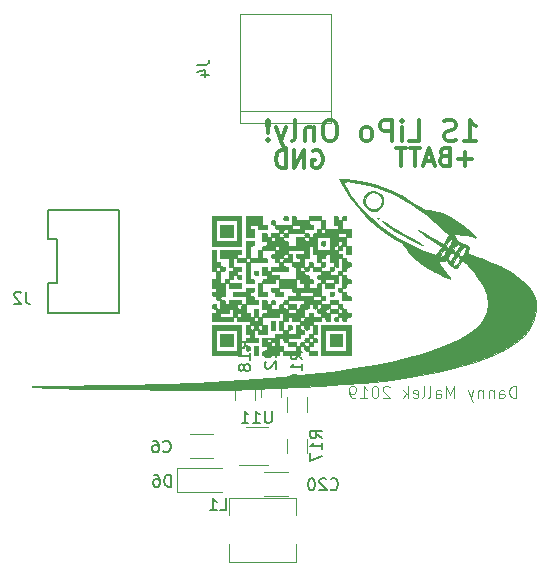
<source format=gbo>
G04 #@! TF.FileFunction,Legend,Bot*
%FSLAX46Y46*%
G04 Gerber Fmt 4.6, Leading zero omitted, Abs format (unit mm)*
G04 Created by KiCad (PCBNEW 4.0.7) date 03/22/19 21:38:21*
%MOMM*%
%LPD*%
G01*
G04 APERTURE LIST*
%ADD10C,0.100000*%
%ADD11C,0.300000*%
%ADD12C,0.120000*%
%ADD13C,0.010000*%
%ADD14C,0.150000*%
G04 APERTURE END LIST*
D10*
X64787620Y-113474381D02*
X64787620Y-112474381D01*
X64549525Y-112474381D01*
X64406667Y-112522000D01*
X64311429Y-112617238D01*
X64263810Y-112712476D01*
X64216191Y-112902952D01*
X64216191Y-113045810D01*
X64263810Y-113236286D01*
X64311429Y-113331524D01*
X64406667Y-113426762D01*
X64549525Y-113474381D01*
X64787620Y-113474381D01*
X63359048Y-113474381D02*
X63359048Y-112950571D01*
X63406667Y-112855333D01*
X63501905Y-112807714D01*
X63692382Y-112807714D01*
X63787620Y-112855333D01*
X63359048Y-113426762D02*
X63454286Y-113474381D01*
X63692382Y-113474381D01*
X63787620Y-113426762D01*
X63835239Y-113331524D01*
X63835239Y-113236286D01*
X63787620Y-113141048D01*
X63692382Y-113093429D01*
X63454286Y-113093429D01*
X63359048Y-113045810D01*
X62882858Y-112807714D02*
X62882858Y-113474381D01*
X62882858Y-112902952D02*
X62835239Y-112855333D01*
X62740001Y-112807714D01*
X62597143Y-112807714D01*
X62501905Y-112855333D01*
X62454286Y-112950571D01*
X62454286Y-113474381D01*
X61978096Y-112807714D02*
X61978096Y-113474381D01*
X61978096Y-112902952D02*
X61930477Y-112855333D01*
X61835239Y-112807714D01*
X61692381Y-112807714D01*
X61597143Y-112855333D01*
X61549524Y-112950571D01*
X61549524Y-113474381D01*
X61168572Y-112807714D02*
X60930477Y-113474381D01*
X60692381Y-112807714D02*
X60930477Y-113474381D01*
X61025715Y-113712476D01*
X61073334Y-113760095D01*
X61168572Y-113807714D01*
X59549524Y-113474381D02*
X59549524Y-112474381D01*
X59216190Y-113188667D01*
X58882857Y-112474381D01*
X58882857Y-113474381D01*
X57978095Y-113474381D02*
X57978095Y-112950571D01*
X58025714Y-112855333D01*
X58120952Y-112807714D01*
X58311429Y-112807714D01*
X58406667Y-112855333D01*
X57978095Y-113426762D02*
X58073333Y-113474381D01*
X58311429Y-113474381D01*
X58406667Y-113426762D01*
X58454286Y-113331524D01*
X58454286Y-113236286D01*
X58406667Y-113141048D01*
X58311429Y-113093429D01*
X58073333Y-113093429D01*
X57978095Y-113045810D01*
X57359048Y-113474381D02*
X57454286Y-113426762D01*
X57501905Y-113331524D01*
X57501905Y-112474381D01*
X56835238Y-113474381D02*
X56930476Y-113426762D01*
X56978095Y-113331524D01*
X56978095Y-112474381D01*
X56073332Y-113426762D02*
X56168570Y-113474381D01*
X56359047Y-113474381D01*
X56454285Y-113426762D01*
X56501904Y-113331524D01*
X56501904Y-112950571D01*
X56454285Y-112855333D01*
X56359047Y-112807714D01*
X56168570Y-112807714D01*
X56073332Y-112855333D01*
X56025713Y-112950571D01*
X56025713Y-113045810D01*
X56501904Y-113141048D01*
X55597142Y-113474381D02*
X55597142Y-112474381D01*
X55501904Y-113093429D02*
X55216189Y-113474381D01*
X55216189Y-112807714D02*
X55597142Y-113188667D01*
X54073332Y-112569619D02*
X54025713Y-112522000D01*
X53930475Y-112474381D01*
X53692379Y-112474381D01*
X53597141Y-112522000D01*
X53549522Y-112569619D01*
X53501903Y-112664857D01*
X53501903Y-112760095D01*
X53549522Y-112902952D01*
X54120951Y-113474381D01*
X53501903Y-113474381D01*
X52882856Y-112474381D02*
X52787617Y-112474381D01*
X52692379Y-112522000D01*
X52644760Y-112569619D01*
X52597141Y-112664857D01*
X52549522Y-112855333D01*
X52549522Y-113093429D01*
X52597141Y-113283905D01*
X52644760Y-113379143D01*
X52692379Y-113426762D01*
X52787617Y-113474381D01*
X52882856Y-113474381D01*
X52978094Y-113426762D01*
X53025713Y-113379143D01*
X53073332Y-113283905D01*
X53120951Y-113093429D01*
X53120951Y-112855333D01*
X53073332Y-112664857D01*
X53025713Y-112569619D01*
X52978094Y-112522000D01*
X52882856Y-112474381D01*
X51597141Y-113474381D02*
X52168570Y-113474381D01*
X51882856Y-113474381D02*
X51882856Y-112474381D01*
X51978094Y-112617238D01*
X52073332Y-112712476D01*
X52168570Y-112760095D01*
X51120951Y-113474381D02*
X50930475Y-113474381D01*
X50835236Y-113426762D01*
X50787617Y-113379143D01*
X50692379Y-113236286D01*
X50644760Y-113045810D01*
X50644760Y-112664857D01*
X50692379Y-112569619D01*
X50739998Y-112522000D01*
X50835236Y-112474381D01*
X51025713Y-112474381D01*
X51120951Y-112522000D01*
X51168570Y-112569619D01*
X51216189Y-112664857D01*
X51216189Y-112902952D01*
X51168570Y-112998190D01*
X51120951Y-113045810D01*
X51025713Y-113093429D01*
X50835236Y-113093429D01*
X50739998Y-113045810D01*
X50692379Y-112998190D01*
X50644760Y-112902952D01*
D11*
X47582857Y-92572000D02*
X47725714Y-92500571D01*
X47940000Y-92500571D01*
X48154285Y-92572000D01*
X48297143Y-92714857D01*
X48368571Y-92857714D01*
X48440000Y-93143429D01*
X48440000Y-93357714D01*
X48368571Y-93643429D01*
X48297143Y-93786286D01*
X48154285Y-93929143D01*
X47940000Y-94000571D01*
X47797143Y-94000571D01*
X47582857Y-93929143D01*
X47511428Y-93857714D01*
X47511428Y-93357714D01*
X47797143Y-93357714D01*
X46868571Y-94000571D02*
X46868571Y-92500571D01*
X46011428Y-94000571D01*
X46011428Y-92500571D01*
X45297142Y-94000571D02*
X45297142Y-92500571D01*
X44939999Y-92500571D01*
X44725714Y-92572000D01*
X44582856Y-92714857D01*
X44511428Y-92857714D01*
X44439999Y-93143429D01*
X44439999Y-93357714D01*
X44511428Y-93643429D01*
X44582856Y-93786286D01*
X44725714Y-93929143D01*
X44939999Y-94000571D01*
X45297142Y-94000571D01*
X61047142Y-93229143D02*
X59904285Y-93229143D01*
X60475714Y-93800571D02*
X60475714Y-92657714D01*
X58689999Y-93014857D02*
X58475713Y-93086286D01*
X58404285Y-93157714D01*
X58332856Y-93300571D01*
X58332856Y-93514857D01*
X58404285Y-93657714D01*
X58475713Y-93729143D01*
X58618571Y-93800571D01*
X59189999Y-93800571D01*
X59189999Y-92300571D01*
X58689999Y-92300571D01*
X58547142Y-92372000D01*
X58475713Y-92443429D01*
X58404285Y-92586286D01*
X58404285Y-92729143D01*
X58475713Y-92872000D01*
X58547142Y-92943429D01*
X58689999Y-93014857D01*
X59189999Y-93014857D01*
X57761428Y-93372000D02*
X57047142Y-93372000D01*
X57904285Y-93800571D02*
X57404285Y-92300571D01*
X56904285Y-93800571D01*
X56618571Y-92300571D02*
X55761428Y-92300571D01*
X56189999Y-93800571D02*
X56189999Y-92300571D01*
X55475714Y-92300571D02*
X54618571Y-92300571D01*
X55047142Y-93800571D02*
X55047142Y-92300571D01*
X60371667Y-91726333D02*
X61387667Y-91726333D01*
X60879667Y-91726333D02*
X60879667Y-89948333D01*
X61049001Y-90202333D01*
X61218334Y-90371667D01*
X61387667Y-90456333D01*
X59694334Y-91641667D02*
X59440334Y-91726333D01*
X59017001Y-91726333D01*
X58847668Y-91641667D01*
X58763001Y-91557000D01*
X58678334Y-91387667D01*
X58678334Y-91218333D01*
X58763001Y-91049000D01*
X58847668Y-90964333D01*
X59017001Y-90879667D01*
X59355668Y-90795000D01*
X59525001Y-90710333D01*
X59609668Y-90625667D01*
X59694334Y-90456333D01*
X59694334Y-90287000D01*
X59609668Y-90117667D01*
X59525001Y-90033000D01*
X59355668Y-89948333D01*
X58932334Y-89948333D01*
X58678334Y-90033000D01*
X55715001Y-91726333D02*
X56561668Y-91726333D01*
X56561668Y-89948333D01*
X55122335Y-91726333D02*
X55122335Y-90541000D01*
X55122335Y-89948333D02*
X55207001Y-90033000D01*
X55122335Y-90117667D01*
X55037668Y-90033000D01*
X55122335Y-89948333D01*
X55122335Y-90117667D01*
X54275668Y-91726333D02*
X54275668Y-89948333D01*
X53598334Y-89948333D01*
X53429001Y-90033000D01*
X53344334Y-90117667D01*
X53259668Y-90287000D01*
X53259668Y-90541000D01*
X53344334Y-90710333D01*
X53429001Y-90795000D01*
X53598334Y-90879667D01*
X54275668Y-90879667D01*
X52243668Y-91726333D02*
X52413001Y-91641667D01*
X52497668Y-91557000D01*
X52582334Y-91387667D01*
X52582334Y-90879667D01*
X52497668Y-90710333D01*
X52413001Y-90625667D01*
X52243668Y-90541000D01*
X51989668Y-90541000D01*
X51820334Y-90625667D01*
X51735668Y-90710333D01*
X51651001Y-90879667D01*
X51651001Y-91387667D01*
X51735668Y-91557000D01*
X51820334Y-91641667D01*
X51989668Y-91726333D01*
X52243668Y-91726333D01*
X49195667Y-89948333D02*
X48857000Y-89948333D01*
X48687667Y-90033000D01*
X48518334Y-90202333D01*
X48433667Y-90541000D01*
X48433667Y-91133667D01*
X48518334Y-91472333D01*
X48687667Y-91641667D01*
X48857000Y-91726333D01*
X49195667Y-91726333D01*
X49365000Y-91641667D01*
X49534334Y-91472333D01*
X49619000Y-91133667D01*
X49619000Y-90541000D01*
X49534334Y-90202333D01*
X49365000Y-90033000D01*
X49195667Y-89948333D01*
X47671667Y-90541000D02*
X47671667Y-91726333D01*
X47671667Y-90710333D02*
X47587000Y-90625667D01*
X47417667Y-90541000D01*
X47163667Y-90541000D01*
X46994333Y-90625667D01*
X46909667Y-90795000D01*
X46909667Y-91726333D01*
X45809000Y-91726333D02*
X45978333Y-91641667D01*
X46063000Y-91472333D01*
X46063000Y-89948333D01*
X45301000Y-90541000D02*
X44877667Y-91726333D01*
X44454333Y-90541000D02*
X44877667Y-91726333D01*
X45047000Y-92149667D01*
X45131667Y-92234333D01*
X45301000Y-92319000D01*
X43777000Y-91557000D02*
X43692333Y-91641667D01*
X43777000Y-91726333D01*
X43861666Y-91641667D01*
X43777000Y-91557000D01*
X43777000Y-91726333D01*
X43777000Y-91049000D02*
X43861666Y-90033000D01*
X43777000Y-89948333D01*
X43692333Y-90033000D01*
X43777000Y-91049000D01*
X43777000Y-89948333D01*
D12*
X40490000Y-123422000D02*
X40490000Y-121922000D01*
X40490000Y-121922000D02*
X46190000Y-121922000D01*
X46190000Y-121922000D02*
X46190000Y-123422000D01*
X40490000Y-125822000D02*
X40490000Y-127322000D01*
X40490000Y-127322000D02*
X46190000Y-127322000D01*
X46190000Y-127322000D02*
X46190000Y-125822000D01*
D13*
G36*
X41536400Y-98080000D02*
X39047200Y-98080000D01*
X39047200Y-100213600D01*
X39402800Y-100213600D01*
X39402800Y-98435600D01*
X41180800Y-98435600D01*
X41180800Y-100213600D01*
X39402800Y-100213600D01*
X39047200Y-100213600D01*
X39047200Y-100569200D01*
X41536400Y-100569200D01*
X41536400Y-98080000D01*
X41536400Y-98080000D01*
G37*
X41536400Y-98080000D02*
X39047200Y-98080000D01*
X39047200Y-100213600D01*
X39402800Y-100213600D01*
X39402800Y-98435600D01*
X41180800Y-98435600D01*
X41180800Y-100213600D01*
X39402800Y-100213600D01*
X39047200Y-100213600D01*
X39047200Y-100569200D01*
X41536400Y-100569200D01*
X41536400Y-98080000D01*
G36*
X42603200Y-99146800D02*
X42425400Y-99146800D01*
X42306232Y-99138937D01*
X42257361Y-99094569D01*
X42247622Y-98982534D01*
X42247600Y-98969000D01*
X42247600Y-98791200D01*
X42958800Y-98791200D01*
X42958800Y-99146800D01*
X43670000Y-99146800D01*
X43670000Y-98969000D01*
X43662136Y-98849833D01*
X43617768Y-98800962D01*
X43505733Y-98791223D01*
X43492200Y-98791200D01*
X43314400Y-98791200D01*
X43314400Y-98080000D01*
X41892000Y-98080000D01*
X41892000Y-99858000D01*
X42603200Y-99858000D01*
X42603200Y-99146800D01*
X42603200Y-99146800D01*
G37*
X42603200Y-99146800D02*
X42425400Y-99146800D01*
X42306232Y-99138937D01*
X42257361Y-99094569D01*
X42247622Y-98982534D01*
X42247600Y-98969000D01*
X42247600Y-98791200D01*
X42958800Y-98791200D01*
X42958800Y-99146800D01*
X43670000Y-99146800D01*
X43670000Y-98969000D01*
X43662136Y-98849833D01*
X43617768Y-98800962D01*
X43505733Y-98791223D01*
X43492200Y-98791200D01*
X43314400Y-98791200D01*
X43314400Y-98080000D01*
X41892000Y-98080000D01*
X41892000Y-99858000D01*
X42603200Y-99858000D01*
X42603200Y-99146800D01*
G36*
X45389367Y-98427737D02*
X45438238Y-98383369D01*
X45447977Y-98271334D01*
X45448000Y-98257800D01*
X45440136Y-98138633D01*
X45395768Y-98089762D01*
X45283733Y-98080023D01*
X45270200Y-98080000D01*
X45151032Y-98087864D01*
X45102161Y-98132232D01*
X45092422Y-98244267D01*
X45092400Y-98257800D01*
X45100263Y-98376968D01*
X45144631Y-98425839D01*
X45256666Y-98435578D01*
X45270200Y-98435600D01*
X45389367Y-98427737D01*
X45389367Y-98427737D01*
G37*
X45389367Y-98427737D02*
X45438238Y-98383369D01*
X45447977Y-98271334D01*
X45448000Y-98257800D01*
X45440136Y-98138633D01*
X45395768Y-98089762D01*
X45283733Y-98080023D01*
X45270200Y-98080000D01*
X45151032Y-98087864D01*
X45102161Y-98132232D01*
X45092422Y-98244267D01*
X45092400Y-98257800D01*
X45100263Y-98376968D01*
X45144631Y-98425839D01*
X45256666Y-98435578D01*
X45270200Y-98435600D01*
X45389367Y-98427737D01*
G36*
X50782000Y-100569200D02*
X50426400Y-100569200D01*
X50426400Y-101280400D01*
X50782000Y-101280400D01*
X50782000Y-100569200D01*
X50782000Y-100569200D01*
G37*
X50782000Y-100569200D02*
X50426400Y-100569200D01*
X50426400Y-101280400D01*
X50782000Y-101280400D01*
X50782000Y-100569200D01*
G36*
X50782000Y-99858000D02*
X50782000Y-99146800D01*
X50070800Y-99146800D01*
X50070800Y-98435600D01*
X50248600Y-98435600D01*
X50367767Y-98427737D01*
X50416638Y-98383369D01*
X50426377Y-98271334D01*
X50426400Y-98257800D01*
X50418536Y-98138633D01*
X50374168Y-98089762D01*
X50262133Y-98080023D01*
X50248600Y-98080000D01*
X50129432Y-98087864D01*
X50080561Y-98132232D01*
X50070822Y-98244267D01*
X50070800Y-98257800D01*
X50062936Y-98376968D01*
X50018568Y-98425839D01*
X49906533Y-98435578D01*
X49893000Y-98435600D01*
X49773832Y-98427737D01*
X49724961Y-98383369D01*
X49715222Y-98271334D01*
X49715200Y-98257800D01*
X49707336Y-98138633D01*
X49662968Y-98089762D01*
X49550933Y-98080023D01*
X49537400Y-98080000D01*
X49359600Y-98080000D01*
X49359600Y-98791200D01*
X49537400Y-98791200D01*
X49656567Y-98799064D01*
X49705438Y-98843432D01*
X49715177Y-98955467D01*
X49715200Y-98969000D01*
X49715200Y-99146800D01*
X48648400Y-99146800D01*
X48648400Y-98435600D01*
X48470600Y-98435600D01*
X48351432Y-98427737D01*
X48302561Y-98383369D01*
X48292822Y-98271334D01*
X48292800Y-98257800D01*
X48292800Y-98080000D01*
X47226000Y-98080000D01*
X47226000Y-98435600D01*
X46159200Y-98435600D01*
X46159200Y-98257800D01*
X46151336Y-98138633D01*
X46106968Y-98089762D01*
X45994933Y-98080023D01*
X45981400Y-98080000D01*
X45803600Y-98080000D01*
X45803600Y-98791200D01*
X44381200Y-98791200D01*
X44381200Y-98613400D01*
X44373336Y-98494233D01*
X44328968Y-98445362D01*
X44216933Y-98435623D01*
X44203400Y-98435600D01*
X44084232Y-98443464D01*
X44035361Y-98487832D01*
X44025622Y-98599867D01*
X44025600Y-98613400D01*
X44033463Y-98732568D01*
X44077831Y-98781439D01*
X44189866Y-98791178D01*
X44203400Y-98791200D01*
X44322567Y-98799064D01*
X44371438Y-98843432D01*
X44381177Y-98955467D01*
X44381200Y-98969000D01*
X44389063Y-99088168D01*
X44433431Y-99137039D01*
X44545466Y-99146778D01*
X44559000Y-99146800D01*
X44678167Y-99154664D01*
X44727038Y-99199032D01*
X44736777Y-99311067D01*
X44736800Y-99324600D01*
X44736800Y-99502400D01*
X44025600Y-99502400D01*
X44025600Y-99680200D01*
X44736800Y-99680200D01*
X44744663Y-99561033D01*
X44789031Y-99512162D01*
X44901066Y-99502423D01*
X44914600Y-99502400D01*
X45033767Y-99494537D01*
X45082638Y-99450169D01*
X45092377Y-99338134D01*
X45092400Y-99324600D01*
X45100263Y-99205433D01*
X45144631Y-99156562D01*
X45256666Y-99146823D01*
X45270200Y-99146800D01*
X45803600Y-99146800D01*
X45803600Y-98791200D01*
X46514800Y-98791200D01*
X46514800Y-99146800D01*
X45803600Y-99146800D01*
X45270200Y-99146800D01*
X45389367Y-99154664D01*
X45438238Y-99199032D01*
X45447977Y-99311067D01*
X45448000Y-99324600D01*
X45448000Y-99502400D01*
X46870400Y-99502400D01*
X46870400Y-99146800D01*
X47581600Y-99146800D01*
X47581600Y-98969000D01*
X47573736Y-98849833D01*
X47529368Y-98800962D01*
X47417333Y-98791223D01*
X47403800Y-98791200D01*
X47284632Y-98783337D01*
X47235761Y-98738969D01*
X47226022Y-98626934D01*
X47226000Y-98613400D01*
X47226000Y-98435600D01*
X48292800Y-98435600D01*
X48292800Y-99146800D01*
X48470600Y-99146800D01*
X48589767Y-99154664D01*
X48638638Y-99199032D01*
X48648377Y-99311067D01*
X48648400Y-99324600D01*
X48640536Y-99443768D01*
X48596168Y-99492639D01*
X48484133Y-99502378D01*
X48470600Y-99502400D01*
X48351432Y-99494537D01*
X48302561Y-99450169D01*
X48292822Y-99338134D01*
X48292800Y-99324600D01*
X48284936Y-99205433D01*
X48240568Y-99156562D01*
X48128533Y-99146823D01*
X48115000Y-99146800D01*
X47995832Y-99154664D01*
X47946961Y-99199032D01*
X47937222Y-99311067D01*
X47937200Y-99324600D01*
X47929336Y-99443768D01*
X47884968Y-99492639D01*
X47772933Y-99502378D01*
X47759400Y-99502400D01*
X47640232Y-99510264D01*
X47591361Y-99554632D01*
X47581622Y-99666667D01*
X47581600Y-99680200D01*
X47573736Y-99799368D01*
X47529368Y-99848239D01*
X47417333Y-99857978D01*
X47403800Y-99858000D01*
X47284632Y-99865864D01*
X47235761Y-99910232D01*
X47226022Y-100022267D01*
X47226000Y-100035800D01*
X47218136Y-100154968D01*
X47173768Y-100203839D01*
X47061733Y-100213578D01*
X47048200Y-100213600D01*
X46929032Y-100205737D01*
X46880161Y-100161369D01*
X46870422Y-100049334D01*
X46870400Y-100035800D01*
X46870400Y-99858000D01*
X46159200Y-99858000D01*
X46159200Y-100569200D01*
X45448000Y-100569200D01*
X45448000Y-100391400D01*
X45440136Y-100272233D01*
X45395768Y-100223362D01*
X45283733Y-100213623D01*
X45270200Y-100213600D01*
X45151032Y-100205737D01*
X45102161Y-100161369D01*
X45092422Y-100049334D01*
X45092400Y-100035800D01*
X45084536Y-99916633D01*
X45040168Y-99867762D01*
X44928133Y-99858023D01*
X44914600Y-99858000D01*
X44795432Y-99850137D01*
X44746561Y-99805769D01*
X44736822Y-99693734D01*
X44736800Y-99680200D01*
X44025600Y-99680200D01*
X44017736Y-99799368D01*
X43973368Y-99848239D01*
X43861333Y-99857978D01*
X43847800Y-99858000D01*
X43728632Y-99850137D01*
X43679761Y-99805769D01*
X43670022Y-99693734D01*
X43670000Y-99680200D01*
X43662136Y-99561033D01*
X43617768Y-99512162D01*
X43505733Y-99502423D01*
X43492200Y-99502400D01*
X43314400Y-99502400D01*
X43314400Y-100035800D01*
X44025600Y-100035800D01*
X44033463Y-99916633D01*
X44077831Y-99867762D01*
X44189866Y-99858023D01*
X44203400Y-99858000D01*
X44322567Y-99865864D01*
X44371438Y-99910232D01*
X44381177Y-100022267D01*
X44381200Y-100035800D01*
X44373336Y-100154968D01*
X44328968Y-100203839D01*
X44216933Y-100213578D01*
X44203400Y-100213600D01*
X44084232Y-100205737D01*
X44035361Y-100161369D01*
X44025622Y-100049334D01*
X44025600Y-100035800D01*
X43314400Y-100035800D01*
X43314400Y-100213600D01*
X43492200Y-100213600D01*
X43611367Y-100221464D01*
X43660238Y-100265832D01*
X43669977Y-100377867D01*
X43670000Y-100391400D01*
X43662136Y-100510568D01*
X43617768Y-100559439D01*
X43505733Y-100569178D01*
X43492200Y-100569200D01*
X43373032Y-100577064D01*
X43324161Y-100621432D01*
X43314422Y-100733467D01*
X43314400Y-100747000D01*
X43306536Y-100866168D01*
X43262168Y-100915039D01*
X43150133Y-100924778D01*
X43136600Y-100924800D01*
X42958800Y-100924800D01*
X42958800Y-101636000D01*
X42247600Y-101636000D01*
X42247600Y-100569200D01*
X42425400Y-100569200D01*
X42544567Y-100561337D01*
X42593438Y-100516969D01*
X42603177Y-100404934D01*
X42603200Y-100391400D01*
X42603200Y-100213600D01*
X41892000Y-100213600D01*
X41892000Y-101636000D01*
X41180800Y-101636000D01*
X41180800Y-101458200D01*
X41188663Y-101339033D01*
X41233031Y-101290162D01*
X41345066Y-101280423D01*
X41358600Y-101280400D01*
X41477767Y-101272537D01*
X41526638Y-101228169D01*
X41536377Y-101116134D01*
X41536400Y-101102600D01*
X41536400Y-100924800D01*
X39758400Y-100924800D01*
X39758400Y-101636000D01*
X40469600Y-101636000D01*
X40469600Y-102347200D01*
X40647400Y-102347200D01*
X40766567Y-102355064D01*
X40815438Y-102399432D01*
X40825177Y-102511467D01*
X40825200Y-102525000D01*
X40817336Y-102644168D01*
X40772968Y-102693039D01*
X40660933Y-102702778D01*
X40647400Y-102702800D01*
X40469600Y-102702800D01*
X40469600Y-103414000D01*
X40291800Y-103414000D01*
X40172632Y-103421864D01*
X40123761Y-103466232D01*
X40114022Y-103578267D01*
X40114000Y-103591800D01*
X40106136Y-103710968D01*
X40061768Y-103759839D01*
X39949733Y-103769578D01*
X39936200Y-103769600D01*
X39758400Y-103769600D01*
X39758400Y-102702800D01*
X39936200Y-102702800D01*
X40055367Y-102694937D01*
X40104238Y-102650569D01*
X40113977Y-102538534D01*
X40114000Y-102525000D01*
X40106136Y-102405833D01*
X40061768Y-102356962D01*
X39949733Y-102347223D01*
X39936200Y-102347200D01*
X39817032Y-102339337D01*
X39768161Y-102294969D01*
X39758422Y-102182934D01*
X39758400Y-102169400D01*
X39750536Y-102050233D01*
X39706168Y-102001362D01*
X39594133Y-101991623D01*
X39580600Y-101991600D01*
X39402800Y-101991600D01*
X39402800Y-100924800D01*
X39047200Y-100924800D01*
X39047200Y-102525000D01*
X39402800Y-102525000D01*
X39410663Y-102405833D01*
X39455031Y-102356962D01*
X39567066Y-102347223D01*
X39580600Y-102347200D01*
X39699767Y-102355064D01*
X39748638Y-102399432D01*
X39758377Y-102511467D01*
X39758400Y-102525000D01*
X39750536Y-102644168D01*
X39706168Y-102693039D01*
X39594133Y-102702778D01*
X39580600Y-102702800D01*
X39461432Y-102694937D01*
X39412561Y-102650569D01*
X39402822Y-102538534D01*
X39402800Y-102525000D01*
X39047200Y-102525000D01*
X39047200Y-102702800D01*
X39402800Y-102702800D01*
X39402800Y-103414000D01*
X39047200Y-103414000D01*
X39047200Y-104125200D01*
X39225000Y-104125200D01*
X39344167Y-104133064D01*
X39393038Y-104177432D01*
X39402777Y-104289467D01*
X39402800Y-104303000D01*
X39394936Y-104422168D01*
X39350568Y-104471039D01*
X39238533Y-104480778D01*
X39225000Y-104480800D01*
X39105832Y-104488664D01*
X39056961Y-104533032D01*
X39047222Y-104645067D01*
X39047200Y-104658600D01*
X39055063Y-104777768D01*
X39099431Y-104826639D01*
X39211466Y-104836378D01*
X39225000Y-104836400D01*
X39344167Y-104844264D01*
X39393038Y-104888632D01*
X39402777Y-105000667D01*
X39402800Y-105014200D01*
X39758400Y-105014200D01*
X39766263Y-104895033D01*
X39810631Y-104846162D01*
X39922666Y-104836423D01*
X39936200Y-104836400D01*
X40114000Y-104836400D01*
X40114000Y-103769600D01*
X40291800Y-103769600D01*
X40410967Y-103761737D01*
X40459838Y-103717369D01*
X40469577Y-103605334D01*
X40469600Y-103591800D01*
X40477463Y-103472633D01*
X40521831Y-103423762D01*
X40633866Y-103414023D01*
X40647400Y-103414000D01*
X40766567Y-103406137D01*
X40815438Y-103361769D01*
X40825177Y-103249734D01*
X40825200Y-103236200D01*
X40833063Y-103117033D01*
X40877431Y-103068162D01*
X40989466Y-103058423D01*
X41003000Y-103058400D01*
X41122167Y-103050537D01*
X41171038Y-103006169D01*
X41180777Y-102894134D01*
X41180800Y-102880600D01*
X41188663Y-102761433D01*
X41233031Y-102712562D01*
X41345066Y-102702823D01*
X41358600Y-102702800D01*
X41477767Y-102694937D01*
X41526638Y-102650569D01*
X41536377Y-102538534D01*
X41536400Y-102525000D01*
X41536400Y-102347200D01*
X40825200Y-102347200D01*
X40825200Y-101636000D01*
X41003000Y-101636000D01*
X41122167Y-101643864D01*
X41171038Y-101688232D01*
X41180777Y-101800267D01*
X41180800Y-101813800D01*
X41180800Y-101991600D01*
X41892000Y-101991600D01*
X41892000Y-101813800D01*
X41899863Y-101694633D01*
X41944231Y-101645762D01*
X42056266Y-101636023D01*
X42069800Y-101636000D01*
X42188967Y-101643864D01*
X42237838Y-101688232D01*
X42247577Y-101800267D01*
X42247600Y-101813800D01*
X42247600Y-101991600D01*
X43670000Y-101991600D01*
X43670000Y-101813800D01*
X43662136Y-101694633D01*
X43617768Y-101645762D01*
X43505733Y-101636023D01*
X43492200Y-101636000D01*
X43314400Y-101636000D01*
X43314400Y-100924800D01*
X44381200Y-100924800D01*
X44381200Y-100747000D01*
X44389063Y-100627833D01*
X44433431Y-100578962D01*
X44545466Y-100569223D01*
X44559000Y-100569200D01*
X44678167Y-100577064D01*
X44727038Y-100621432D01*
X44736777Y-100733467D01*
X44736800Y-100747000D01*
X44728936Y-100866168D01*
X44684568Y-100915039D01*
X44572533Y-100924778D01*
X44559000Y-100924800D01*
X44439832Y-100932664D01*
X44390961Y-100977032D01*
X44381222Y-101089067D01*
X44381200Y-101102600D01*
X44373336Y-101221768D01*
X44328968Y-101270639D01*
X44216933Y-101280378D01*
X44203400Y-101280400D01*
X44084232Y-101288264D01*
X44035361Y-101332632D01*
X44025622Y-101444667D01*
X44025600Y-101458200D01*
X44033463Y-101577368D01*
X44077831Y-101626239D01*
X44189866Y-101635978D01*
X44203400Y-101636000D01*
X44322567Y-101643864D01*
X44371438Y-101688232D01*
X44381177Y-101800267D01*
X44381200Y-101813800D01*
X44389063Y-101932968D01*
X44433431Y-101981839D01*
X44545466Y-101991578D01*
X44559000Y-101991600D01*
X44678167Y-101983737D01*
X44727038Y-101939369D01*
X44736777Y-101827334D01*
X44736800Y-101813800D01*
X44744663Y-101694633D01*
X44789031Y-101645762D01*
X44901066Y-101636023D01*
X44914600Y-101636000D01*
X45033767Y-101628137D01*
X45082638Y-101583769D01*
X45092377Y-101471734D01*
X45092400Y-101458200D01*
X45100263Y-101339033D01*
X45144631Y-101290162D01*
X45256666Y-101280423D01*
X45270200Y-101280400D01*
X45389367Y-101272537D01*
X45438238Y-101228169D01*
X45447977Y-101116134D01*
X45448000Y-101102600D01*
X45448000Y-100924800D01*
X46870400Y-100924800D01*
X46870400Y-101280400D01*
X46159200Y-101280400D01*
X46159200Y-101458200D01*
X46167063Y-101577368D01*
X46211431Y-101626239D01*
X46323466Y-101635978D01*
X46337000Y-101636000D01*
X46456167Y-101643864D01*
X46505038Y-101688232D01*
X46514777Y-101800267D01*
X46514800Y-101813800D01*
X46514800Y-101991600D01*
X45803600Y-101991600D01*
X45803600Y-102169400D01*
X45811463Y-102288568D01*
X45855831Y-102337439D01*
X45967866Y-102347178D01*
X45981400Y-102347200D01*
X46159200Y-102347200D01*
X46159200Y-102525000D01*
X46514800Y-102525000D01*
X46522663Y-102405833D01*
X46567031Y-102356962D01*
X46679066Y-102347223D01*
X46692600Y-102347200D01*
X46870400Y-102347200D01*
X46870400Y-101636000D01*
X47226000Y-101636000D01*
X47226000Y-100569200D01*
X47581600Y-100569200D01*
X47581600Y-100924800D01*
X47937200Y-100924800D01*
X47937200Y-99858000D01*
X49004000Y-99858000D01*
X49715200Y-99858000D01*
X49715200Y-99502400D01*
X50426400Y-99502400D01*
X50426400Y-99858000D01*
X49715200Y-99858000D01*
X49004000Y-99858000D01*
X49004000Y-100747000D01*
X49359600Y-100747000D01*
X49367463Y-100627833D01*
X49411831Y-100578962D01*
X49523866Y-100569223D01*
X49537400Y-100569200D01*
X49656567Y-100561337D01*
X49705438Y-100516969D01*
X49715177Y-100404934D01*
X49715200Y-100391400D01*
X49723063Y-100272233D01*
X49767431Y-100223362D01*
X49879466Y-100213623D01*
X49893000Y-100213600D01*
X50012167Y-100221464D01*
X50061038Y-100265832D01*
X50070777Y-100377867D01*
X50070800Y-100391400D01*
X50062936Y-100510568D01*
X50018568Y-100559439D01*
X49906533Y-100569178D01*
X49893000Y-100569200D01*
X49773832Y-100577064D01*
X49724961Y-100621432D01*
X49715222Y-100733467D01*
X49715200Y-100747000D01*
X49707336Y-100866168D01*
X49662968Y-100915039D01*
X49550933Y-100924778D01*
X49537400Y-100924800D01*
X49418232Y-100916937D01*
X49369361Y-100872569D01*
X49359622Y-100760534D01*
X49359600Y-100747000D01*
X49004000Y-100747000D01*
X49004000Y-100924800D01*
X47937200Y-100924800D01*
X47581600Y-100924800D01*
X47581600Y-101280400D01*
X47937200Y-101280400D01*
X47937200Y-101991600D01*
X48115000Y-101991600D01*
X48234167Y-101983737D01*
X48283038Y-101939369D01*
X48292777Y-101827334D01*
X48292800Y-101813800D01*
X48300663Y-101694633D01*
X48345031Y-101645762D01*
X48457066Y-101636023D01*
X48470600Y-101636000D01*
X48589767Y-101628137D01*
X48638638Y-101583769D01*
X48648377Y-101471734D01*
X48648400Y-101458200D01*
X48656263Y-101339033D01*
X48700631Y-101290162D01*
X48812666Y-101280423D01*
X48826200Y-101280400D01*
X49004000Y-101280400D01*
X49004000Y-101991600D01*
X49181800Y-101991600D01*
X49300967Y-101999464D01*
X49349838Y-102043832D01*
X49359577Y-102155867D01*
X49359600Y-102169400D01*
X49367463Y-102288568D01*
X49411831Y-102337439D01*
X49523866Y-102347178D01*
X49537400Y-102347200D01*
X49715200Y-102347200D01*
X49715200Y-101636000D01*
X50070800Y-101636000D01*
X50070800Y-102702800D01*
X49893000Y-102702800D01*
X49773832Y-102710664D01*
X49724961Y-102755032D01*
X49715222Y-102867067D01*
X49715200Y-102880600D01*
X49715200Y-103058400D01*
X49004000Y-103058400D01*
X49004000Y-102702800D01*
X48292800Y-102702800D01*
X48292800Y-102880600D01*
X48284936Y-102999768D01*
X48240568Y-103048639D01*
X48128533Y-103058378D01*
X48115000Y-103058400D01*
X47995832Y-103066264D01*
X47946961Y-103110632D01*
X47937222Y-103222667D01*
X47937200Y-103236200D01*
X47945063Y-103355368D01*
X47989431Y-103404239D01*
X48101466Y-103413978D01*
X48115000Y-103414000D01*
X48234167Y-103421864D01*
X48283038Y-103466232D01*
X48292777Y-103578267D01*
X48292800Y-103591800D01*
X48284936Y-103710968D01*
X48240568Y-103759839D01*
X48128533Y-103769578D01*
X48115000Y-103769600D01*
X47995832Y-103777464D01*
X47946961Y-103821832D01*
X47937222Y-103933867D01*
X47937200Y-103947400D01*
X47937200Y-104125200D01*
X47226000Y-104125200D01*
X47226000Y-103947400D01*
X47233863Y-103828233D01*
X47278231Y-103779362D01*
X47390266Y-103769623D01*
X47403800Y-103769600D01*
X47522967Y-103761737D01*
X47571838Y-103717369D01*
X47581577Y-103605334D01*
X47581600Y-103591800D01*
X47573736Y-103472633D01*
X47529368Y-103423762D01*
X47417333Y-103414023D01*
X47403800Y-103414000D01*
X47284632Y-103406137D01*
X47235761Y-103361769D01*
X47226022Y-103249734D01*
X47226000Y-103236200D01*
X47218136Y-103117033D01*
X47173768Y-103068162D01*
X47061733Y-103058423D01*
X47048200Y-103058400D01*
X46929032Y-103050537D01*
X46880161Y-103006169D01*
X46870422Y-102894134D01*
X46870400Y-102880600D01*
X46862536Y-102761433D01*
X46818168Y-102712562D01*
X46706133Y-102702823D01*
X46692600Y-102702800D01*
X46573432Y-102694937D01*
X46524561Y-102650569D01*
X46514822Y-102538534D01*
X46514800Y-102525000D01*
X46159200Y-102525000D01*
X46159200Y-103414000D01*
X44736800Y-103414000D01*
X44736800Y-104125200D01*
X45803600Y-104125200D01*
X46159200Y-104125200D01*
X46159200Y-103414000D01*
X46337000Y-103414000D01*
X46456167Y-103421864D01*
X46505038Y-103466232D01*
X46514777Y-103578267D01*
X46514800Y-103591800D01*
X46522663Y-103710968D01*
X46567031Y-103759839D01*
X46679066Y-103769578D01*
X46692600Y-103769600D01*
X46811767Y-103777464D01*
X46860638Y-103821832D01*
X46870377Y-103933867D01*
X46870400Y-103947400D01*
X46870400Y-104125200D01*
X46159200Y-104125200D01*
X45803600Y-104125200D01*
X45803600Y-104303000D01*
X45811463Y-104422168D01*
X45855831Y-104471039D01*
X45967866Y-104480778D01*
X45981400Y-104480800D01*
X46100567Y-104488664D01*
X46149438Y-104533032D01*
X46159177Y-104645067D01*
X46159200Y-104658600D01*
X46159200Y-104836400D01*
X46514800Y-104836400D01*
X46514800Y-104480800D01*
X47581600Y-104480800D01*
X47581600Y-104836400D01*
X46514800Y-104836400D01*
X46159200Y-104836400D01*
X45448000Y-104836400D01*
X45448000Y-105192000D01*
X46870400Y-105192000D01*
X47581600Y-105192000D01*
X47581600Y-104836400D01*
X48292800Y-104836400D01*
X48292800Y-105192000D01*
X47581600Y-105192000D01*
X46870400Y-105192000D01*
X46870400Y-105369800D01*
X46862536Y-105488968D01*
X46818168Y-105537839D01*
X46706133Y-105547578D01*
X46692600Y-105547600D01*
X46573432Y-105555464D01*
X46524561Y-105599832D01*
X46514822Y-105711867D01*
X46514800Y-105725400D01*
X46506936Y-105844568D01*
X46462568Y-105893439D01*
X46350533Y-105903178D01*
X46337000Y-105903200D01*
X46217832Y-105911064D01*
X46168961Y-105955432D01*
X46159222Y-106067467D01*
X46159200Y-106081000D01*
X46159200Y-106258800D01*
X45448000Y-106258800D01*
X45448000Y-106081000D01*
X45440136Y-105961833D01*
X45395768Y-105912962D01*
X45283733Y-105903223D01*
X45270200Y-105903200D01*
X45151032Y-105895337D01*
X45102161Y-105850969D01*
X45092422Y-105738934D01*
X45092400Y-105725400D01*
X45084536Y-105606233D01*
X45040168Y-105557362D01*
X44928133Y-105547623D01*
X44914600Y-105547600D01*
X44795432Y-105555464D01*
X44746561Y-105599832D01*
X44736822Y-105711867D01*
X44736800Y-105725400D01*
X44736800Y-105903200D01*
X44025600Y-105903200D01*
X44025600Y-105725400D01*
X44017736Y-105606233D01*
X43973368Y-105557362D01*
X43861333Y-105547623D01*
X43847800Y-105547600D01*
X43728632Y-105539737D01*
X43679761Y-105495369D01*
X43670022Y-105383334D01*
X43670000Y-105369800D01*
X43662136Y-105250633D01*
X43617768Y-105201762D01*
X43505733Y-105192023D01*
X43492200Y-105192000D01*
X43314400Y-105192000D01*
X43314400Y-105903200D01*
X43492200Y-105903200D01*
X43611367Y-105911064D01*
X43660238Y-105955432D01*
X43669977Y-106067467D01*
X43670000Y-106081000D01*
X43662136Y-106200168D01*
X43617768Y-106249039D01*
X43505733Y-106258778D01*
X43492200Y-106258800D01*
X43373032Y-106266664D01*
X43324161Y-106311032D01*
X43314422Y-106423067D01*
X43314400Y-106436600D01*
X43306536Y-106555768D01*
X43262168Y-106604639D01*
X43150133Y-106614378D01*
X43136600Y-106614400D01*
X43017432Y-106622264D01*
X42968561Y-106666632D01*
X42958822Y-106778667D01*
X42958800Y-106792200D01*
X42950936Y-106911368D01*
X42906568Y-106960239D01*
X42794533Y-106969978D01*
X42781000Y-106970000D01*
X42661832Y-106962137D01*
X42612961Y-106917769D01*
X42603222Y-106805734D01*
X42603200Y-106792200D01*
X42595336Y-106673033D01*
X42550968Y-106624162D01*
X42438933Y-106614423D01*
X42425400Y-106614400D01*
X42306232Y-106606537D01*
X42257361Y-106562169D01*
X42247622Y-106450134D01*
X42247600Y-106436600D01*
X42239736Y-106317433D01*
X42195368Y-106268562D01*
X42083333Y-106258823D01*
X42069800Y-106258800D01*
X41892000Y-106258800D01*
X41892000Y-105547600D01*
X41714200Y-105547600D01*
X41595032Y-105555464D01*
X41546161Y-105599832D01*
X41536422Y-105711867D01*
X41536400Y-105725400D01*
X41528536Y-105844568D01*
X41484168Y-105893439D01*
X41372133Y-105903178D01*
X41358600Y-105903200D01*
X41239432Y-105895337D01*
X41190561Y-105850969D01*
X41180822Y-105738934D01*
X41180800Y-105725400D01*
X41188663Y-105606233D01*
X41233031Y-105557362D01*
X41345066Y-105547623D01*
X41358600Y-105547600D01*
X41477767Y-105539737D01*
X41526638Y-105495369D01*
X41536377Y-105383334D01*
X41536400Y-105369800D01*
X41536400Y-105192000D01*
X40469600Y-105192000D01*
X40469600Y-105369800D01*
X40461736Y-105488968D01*
X40417368Y-105537839D01*
X40305333Y-105547578D01*
X40291800Y-105547600D01*
X40172632Y-105539737D01*
X40123761Y-105495369D01*
X40114022Y-105383334D01*
X40114000Y-105369800D01*
X40106136Y-105250633D01*
X40061768Y-105201762D01*
X39949733Y-105192023D01*
X39936200Y-105192000D01*
X39817032Y-105184137D01*
X39768161Y-105139769D01*
X39758422Y-105027734D01*
X39758400Y-105014200D01*
X39402800Y-105014200D01*
X39410663Y-105133368D01*
X39455031Y-105182239D01*
X39567066Y-105191978D01*
X39580600Y-105192000D01*
X39758400Y-105192000D01*
X39758400Y-105903200D01*
X39580600Y-105903200D01*
X39461432Y-105895337D01*
X39412561Y-105850969D01*
X39402822Y-105738934D01*
X39402800Y-105725400D01*
X39394936Y-105606233D01*
X39350568Y-105557362D01*
X39238533Y-105547623D01*
X39225000Y-105547600D01*
X39105832Y-105555464D01*
X39056961Y-105599832D01*
X39047222Y-105711867D01*
X39047200Y-105725400D01*
X39055063Y-105844568D01*
X39099431Y-105893439D01*
X39211466Y-105903178D01*
X39225000Y-105903200D01*
X39344167Y-105911064D01*
X39393038Y-105955432D01*
X39402777Y-106067467D01*
X39402800Y-106081000D01*
X39394936Y-106200168D01*
X39350568Y-106249039D01*
X39238533Y-106258778D01*
X39225000Y-106258800D01*
X39047200Y-106258800D01*
X39047200Y-106614400D01*
X39758400Y-106614400D01*
X39758400Y-106258800D01*
X40469600Y-106258800D01*
X40469600Y-106081000D01*
X40477463Y-105961833D01*
X40521831Y-105912962D01*
X40633866Y-105903223D01*
X40647400Y-105903200D01*
X40825200Y-105903200D01*
X40825200Y-106436600D01*
X41180800Y-106436600D01*
X41188663Y-106317433D01*
X41233031Y-106268562D01*
X41345066Y-106258823D01*
X41358600Y-106258800D01*
X41477767Y-106266664D01*
X41526638Y-106311032D01*
X41536377Y-106423067D01*
X41536400Y-106436600D01*
X41528536Y-106555768D01*
X41484168Y-106604639D01*
X41372133Y-106614378D01*
X41358600Y-106614400D01*
X41239432Y-106606537D01*
X41190561Y-106562169D01*
X41180822Y-106450134D01*
X41180800Y-106436600D01*
X40825200Y-106436600D01*
X40825200Y-106614400D01*
X39758400Y-106614400D01*
X39047200Y-106614400D01*
X39047200Y-106970000D01*
X40825200Y-106970000D01*
X40825200Y-106792200D01*
X40833063Y-106673033D01*
X40877431Y-106624162D01*
X40989466Y-106614423D01*
X41003000Y-106614400D01*
X41122167Y-106622264D01*
X41171038Y-106666632D01*
X41180777Y-106778667D01*
X41180800Y-106792200D01*
X41180800Y-106970000D01*
X42247600Y-106970000D01*
X42247600Y-107147800D01*
X42239736Y-107266968D01*
X42195368Y-107315839D01*
X42083333Y-107325578D01*
X42069800Y-107325600D01*
X41892000Y-107325600D01*
X41892000Y-107503400D01*
X42247600Y-107503400D01*
X42255463Y-107384233D01*
X42299831Y-107335362D01*
X42411866Y-107325623D01*
X42425400Y-107325600D01*
X42544567Y-107333464D01*
X42593438Y-107377832D01*
X42603177Y-107489867D01*
X42603200Y-107503400D01*
X42958800Y-107503400D01*
X42966663Y-107384233D01*
X43011031Y-107335362D01*
X43123066Y-107325623D01*
X43136600Y-107325600D01*
X43255767Y-107333464D01*
X43304638Y-107377832D01*
X43314377Y-107489867D01*
X43314400Y-107503400D01*
X43306536Y-107622568D01*
X43262168Y-107671439D01*
X43150133Y-107681178D01*
X43136600Y-107681200D01*
X43017432Y-107673337D01*
X42968561Y-107628969D01*
X42958822Y-107516934D01*
X42958800Y-107503400D01*
X42603200Y-107503400D01*
X42595336Y-107622568D01*
X42550968Y-107671439D01*
X42438933Y-107681178D01*
X42425400Y-107681200D01*
X42306232Y-107673337D01*
X42257361Y-107628969D01*
X42247622Y-107516934D01*
X42247600Y-107503400D01*
X41892000Y-107503400D01*
X41892000Y-108036800D01*
X42069800Y-108036800D01*
X42188967Y-108044664D01*
X42237838Y-108089032D01*
X42247577Y-108201067D01*
X42247600Y-108214600D01*
X42239736Y-108333768D01*
X42195368Y-108382639D01*
X42083333Y-108392378D01*
X42069800Y-108392400D01*
X41950632Y-108400264D01*
X41901761Y-108444632D01*
X41892022Y-108556667D01*
X41892000Y-108570200D01*
X41892000Y-108748000D01*
X42958800Y-108748000D01*
X42958800Y-108570200D01*
X42950936Y-108451033D01*
X42906568Y-108402162D01*
X42794533Y-108392423D01*
X42781000Y-108392400D01*
X42603200Y-108392400D01*
X42603200Y-107681200D01*
X42781000Y-107681200D01*
X42900167Y-107689064D01*
X42949038Y-107733432D01*
X42958777Y-107845467D01*
X42958800Y-107859000D01*
X42958800Y-108036800D01*
X43670000Y-108036800D01*
X43670000Y-107325600D01*
X43314400Y-107325600D01*
X43314400Y-106614400D01*
X44736800Y-106614400D01*
X44736800Y-106436600D01*
X44744663Y-106317433D01*
X44789031Y-106268562D01*
X44901066Y-106258823D01*
X44914600Y-106258800D01*
X45092400Y-106258800D01*
X45092400Y-106970000D01*
X44736800Y-106970000D01*
X44736800Y-107681200D01*
X44914600Y-107681200D01*
X45033767Y-107689064D01*
X45082638Y-107733432D01*
X45092377Y-107845467D01*
X45092400Y-107859000D01*
X45092400Y-108036800D01*
X44381200Y-108036800D01*
X44381200Y-108214600D01*
X44373336Y-108333768D01*
X44328968Y-108382639D01*
X44216933Y-108392378D01*
X44203400Y-108392400D01*
X44084232Y-108400264D01*
X44035361Y-108444632D01*
X44025622Y-108556667D01*
X44025600Y-108570200D01*
X44017736Y-108689368D01*
X43973368Y-108738239D01*
X43861333Y-108747978D01*
X43847800Y-108748000D01*
X43728632Y-108740137D01*
X43679761Y-108695769D01*
X43670022Y-108583734D01*
X43670000Y-108570200D01*
X43662136Y-108451033D01*
X43617768Y-108402162D01*
X43505733Y-108392423D01*
X43492200Y-108392400D01*
X43314400Y-108392400D01*
X43314400Y-108925800D01*
X44025600Y-108925800D01*
X44033463Y-108806633D01*
X44077831Y-108757762D01*
X44189866Y-108748023D01*
X44203400Y-108748000D01*
X44322567Y-108755864D01*
X44371438Y-108800232D01*
X44381177Y-108912267D01*
X44381200Y-108925800D01*
X44373336Y-109044968D01*
X44328968Y-109093839D01*
X44216933Y-109103578D01*
X44203400Y-109103600D01*
X44736800Y-109103600D01*
X44736800Y-108392400D01*
X44914600Y-108392400D01*
X45033767Y-108400264D01*
X45082638Y-108444632D01*
X45092377Y-108556667D01*
X45092400Y-108570200D01*
X45100263Y-108689368D01*
X45144631Y-108738239D01*
X45256666Y-108747978D01*
X45270200Y-108748000D01*
X45389367Y-108740137D01*
X45438238Y-108695769D01*
X45447977Y-108583734D01*
X45448000Y-108570200D01*
X45448000Y-108392400D01*
X46514800Y-108392400D01*
X46514800Y-108214600D01*
X46522663Y-108095433D01*
X46567031Y-108046562D01*
X46679066Y-108036823D01*
X46692600Y-108036800D01*
X46811767Y-108028937D01*
X46860638Y-107984569D01*
X46870377Y-107872534D01*
X46870400Y-107859000D01*
X46862536Y-107739833D01*
X46818168Y-107690962D01*
X46706133Y-107681223D01*
X46692600Y-107681200D01*
X46573432Y-107673337D01*
X46524561Y-107628969D01*
X46514822Y-107516934D01*
X46514800Y-107503400D01*
X46506936Y-107384233D01*
X46462568Y-107335362D01*
X46350533Y-107325623D01*
X46337000Y-107325600D01*
X46159200Y-107325600D01*
X46159200Y-108036800D01*
X45448000Y-108036800D01*
X45448000Y-107859000D01*
X45440136Y-107739833D01*
X45395768Y-107690962D01*
X45283733Y-107681223D01*
X45270200Y-107681200D01*
X45092400Y-107681200D01*
X45092400Y-106970000D01*
X45270200Y-106970000D01*
X45389367Y-106962137D01*
X45438238Y-106917769D01*
X45447977Y-106805734D01*
X45448000Y-106792200D01*
X45455863Y-106673033D01*
X45500231Y-106624162D01*
X45612266Y-106614423D01*
X45625800Y-106614400D01*
X45744967Y-106622264D01*
X45793838Y-106666632D01*
X45803577Y-106778667D01*
X45803600Y-106792200D01*
X45803600Y-106970000D01*
X46514800Y-106970000D01*
X46514800Y-106792200D01*
X46522663Y-106673033D01*
X46567031Y-106624162D01*
X46679066Y-106614423D01*
X46692600Y-106614400D01*
X46870400Y-106614400D01*
X46870400Y-105903200D01*
X47048200Y-105903200D01*
X47167367Y-105895337D01*
X47216238Y-105850969D01*
X47225977Y-105738934D01*
X47226000Y-105725400D01*
X47233863Y-105606233D01*
X47278231Y-105557362D01*
X47390266Y-105547623D01*
X47403800Y-105547600D01*
X47522967Y-105555464D01*
X47571838Y-105599832D01*
X47581577Y-105711867D01*
X47581600Y-105725400D01*
X47589463Y-105844568D01*
X47633831Y-105893439D01*
X47745866Y-105903178D01*
X47759400Y-105903200D01*
X47878567Y-105895337D01*
X47927438Y-105850969D01*
X47937177Y-105738934D01*
X47937200Y-105725400D01*
X47945063Y-105606233D01*
X47989431Y-105557362D01*
X48101466Y-105547623D01*
X48115000Y-105547600D01*
X48234167Y-105555464D01*
X48283038Y-105599832D01*
X48292777Y-105711867D01*
X48292800Y-105725400D01*
X48284936Y-105844568D01*
X48240568Y-105893439D01*
X48128533Y-105903178D01*
X48115000Y-105903200D01*
X47995832Y-105911064D01*
X47946961Y-105955432D01*
X47937222Y-106067467D01*
X47937200Y-106081000D01*
X48648400Y-106081000D01*
X48656263Y-105961833D01*
X48700631Y-105912962D01*
X48812666Y-105903223D01*
X48826200Y-105903200D01*
X48945367Y-105895337D01*
X48994238Y-105850969D01*
X49003977Y-105738934D01*
X49004000Y-105725400D01*
X49004000Y-105547600D01*
X49715200Y-105547600D01*
X49715200Y-105725400D01*
X49723063Y-105844568D01*
X49767431Y-105893439D01*
X49879466Y-105903178D01*
X49893000Y-105903200D01*
X50012167Y-105911064D01*
X50061038Y-105955432D01*
X50070777Y-106067467D01*
X50070800Y-106081000D01*
X50062936Y-106200168D01*
X50018568Y-106249039D01*
X49906533Y-106258778D01*
X49893000Y-106258800D01*
X49773832Y-106250937D01*
X49724961Y-106206569D01*
X49715222Y-106094534D01*
X49715200Y-106081000D01*
X49715200Y-105903200D01*
X49004000Y-105903200D01*
X49004000Y-106081000D01*
X48996136Y-106200168D01*
X48951768Y-106249039D01*
X48839733Y-106258778D01*
X48826200Y-106258800D01*
X48707032Y-106250937D01*
X48658161Y-106206569D01*
X48648422Y-106094534D01*
X48648400Y-106081000D01*
X47937200Y-106081000D01*
X47945063Y-106200168D01*
X47989431Y-106249039D01*
X48101466Y-106258778D01*
X48115000Y-106258800D01*
X48234167Y-106266664D01*
X48283038Y-106311032D01*
X48292777Y-106423067D01*
X48292800Y-106436600D01*
X48292800Y-106614400D01*
X47581600Y-106614400D01*
X47581600Y-106436600D01*
X47573736Y-106317433D01*
X47529368Y-106268562D01*
X47417333Y-106258823D01*
X47403800Y-106258800D01*
X47284632Y-106266664D01*
X47235761Y-106311032D01*
X47226022Y-106423067D01*
X47226000Y-106436600D01*
X47218136Y-106555768D01*
X47173768Y-106604639D01*
X47061733Y-106614378D01*
X47048200Y-106614400D01*
X46929032Y-106622264D01*
X46880161Y-106666632D01*
X46870422Y-106778667D01*
X46870400Y-106792200D01*
X46862536Y-106911368D01*
X46818168Y-106960239D01*
X46706133Y-106969978D01*
X46692600Y-106970000D01*
X46573432Y-106977864D01*
X46524561Y-107022232D01*
X46514822Y-107134267D01*
X46514800Y-107147800D01*
X46522663Y-107266968D01*
X46567031Y-107315839D01*
X46679066Y-107325578D01*
X46692600Y-107325600D01*
X46811767Y-107333464D01*
X46860638Y-107377832D01*
X46870377Y-107489867D01*
X46870400Y-107503400D01*
X46878263Y-107622568D01*
X46922631Y-107671439D01*
X47034666Y-107681178D01*
X47048200Y-107681200D01*
X47167367Y-107673337D01*
X47216238Y-107628969D01*
X47225977Y-107516934D01*
X47226000Y-107503400D01*
X47233863Y-107384233D01*
X47278231Y-107335362D01*
X47390266Y-107325623D01*
X47403800Y-107325600D01*
X47581600Y-107325600D01*
X47581600Y-108036800D01*
X47403800Y-108036800D01*
X47284632Y-108044664D01*
X47235761Y-108089032D01*
X47226022Y-108201067D01*
X47226000Y-108214600D01*
X47233863Y-108333768D01*
X47278231Y-108382639D01*
X47390266Y-108392378D01*
X47403800Y-108392400D01*
X47522967Y-108400264D01*
X47571838Y-108444632D01*
X47581577Y-108556667D01*
X47581600Y-108570200D01*
X47573736Y-108689368D01*
X47529368Y-108738239D01*
X47417333Y-108747978D01*
X47403800Y-108748000D01*
X47284632Y-108755864D01*
X47235761Y-108800232D01*
X47226022Y-108912267D01*
X47226000Y-108925800D01*
X47218136Y-109044968D01*
X47173768Y-109093839D01*
X47061733Y-109103578D01*
X47048200Y-109103600D01*
X46929032Y-109095737D01*
X46880161Y-109051369D01*
X46870422Y-108939334D01*
X46870400Y-108925800D01*
X46862536Y-108806633D01*
X46818168Y-108757762D01*
X46706133Y-108748023D01*
X46692600Y-108748000D01*
X46573432Y-108755864D01*
X46524561Y-108800232D01*
X46514822Y-108912267D01*
X46514800Y-108925800D01*
X46506936Y-109044968D01*
X46462568Y-109093839D01*
X46350533Y-109103578D01*
X46337000Y-109103600D01*
X46217832Y-109111464D01*
X46168961Y-109155832D01*
X46159222Y-109267867D01*
X46159200Y-109281400D01*
X46159200Y-109459200D01*
X45092400Y-109459200D01*
X45092400Y-109281400D01*
X45084536Y-109162233D01*
X45040168Y-109113362D01*
X44928133Y-109103623D01*
X44914600Y-109103600D01*
X44736800Y-109103600D01*
X44203400Y-109103600D01*
X44084232Y-109095737D01*
X44035361Y-109051369D01*
X44025622Y-108939334D01*
X44025600Y-108925800D01*
X43314400Y-108925800D01*
X43314400Y-109103600D01*
X43492200Y-109103600D01*
X43611367Y-109111464D01*
X43660238Y-109155832D01*
X43669977Y-109267867D01*
X43670000Y-109281400D01*
X43662136Y-109400568D01*
X43617768Y-109449439D01*
X43505733Y-109459178D01*
X43492200Y-109459200D01*
X43373032Y-109467064D01*
X43324161Y-109511432D01*
X43314422Y-109623467D01*
X43314400Y-109637000D01*
X43314400Y-109814800D01*
X44736800Y-109814800D01*
X44736800Y-109637000D01*
X44744663Y-109517833D01*
X44789031Y-109468962D01*
X44901066Y-109459223D01*
X44914600Y-109459200D01*
X45033767Y-109467064D01*
X45082638Y-109511432D01*
X45092377Y-109623467D01*
X45092400Y-109637000D01*
X45092400Y-109814800D01*
X46514800Y-109814800D01*
X46514800Y-109103600D01*
X46692600Y-109103600D01*
X46811767Y-109111464D01*
X46860638Y-109155832D01*
X46870377Y-109267867D01*
X46870400Y-109281400D01*
X46878263Y-109400568D01*
X46922631Y-109449439D01*
X47034666Y-109459178D01*
X47048200Y-109459200D01*
X47167367Y-109467064D01*
X47216238Y-109511432D01*
X47225977Y-109623467D01*
X47226000Y-109637000D01*
X47226000Y-109814800D01*
X47937200Y-109814800D01*
X47937200Y-109459200D01*
X47226000Y-109459200D01*
X47226000Y-109281400D01*
X47233863Y-109162233D01*
X47278231Y-109113362D01*
X47390266Y-109103623D01*
X47403800Y-109103600D01*
X47522967Y-109095737D01*
X47571838Y-109051369D01*
X47581577Y-108939334D01*
X47581600Y-108925800D01*
X47589463Y-108806633D01*
X47633831Y-108757762D01*
X47745866Y-108748023D01*
X47759400Y-108748000D01*
X47878567Y-108740137D01*
X47927438Y-108695769D01*
X47937177Y-108583734D01*
X47937200Y-108570200D01*
X47929336Y-108451033D01*
X47884968Y-108402162D01*
X47772933Y-108392423D01*
X47759400Y-108392400D01*
X47640232Y-108384537D01*
X47591361Y-108340169D01*
X47581622Y-108228134D01*
X47581600Y-108214600D01*
X47589463Y-108095433D01*
X47633831Y-108046562D01*
X47745866Y-108036823D01*
X47759400Y-108036800D01*
X47937200Y-108036800D01*
X47937200Y-107325600D01*
X47759400Y-107325600D01*
X47640232Y-107317737D01*
X47591361Y-107273369D01*
X47581622Y-107161334D01*
X47581600Y-107147800D01*
X47581600Y-106970000D01*
X48292800Y-106970000D01*
X48292800Y-106792200D01*
X48300663Y-106673033D01*
X48345031Y-106624162D01*
X48457066Y-106614423D01*
X48470600Y-106614400D01*
X48589767Y-106622264D01*
X48638638Y-106666632D01*
X48648377Y-106778667D01*
X48648400Y-106792200D01*
X48656263Y-106911368D01*
X48700631Y-106960239D01*
X48812666Y-106969978D01*
X48826200Y-106970000D01*
X49004000Y-106970000D01*
X49004000Y-106258800D01*
X49715200Y-106258800D01*
X49715200Y-106436600D01*
X49707336Y-106555768D01*
X49662968Y-106604639D01*
X49550933Y-106614378D01*
X49537400Y-106614400D01*
X49418232Y-106622264D01*
X49369361Y-106666632D01*
X49359622Y-106778667D01*
X49359600Y-106792200D01*
X49367463Y-106911368D01*
X49411831Y-106960239D01*
X49523866Y-106969978D01*
X49537400Y-106970000D01*
X49656567Y-106962137D01*
X49705438Y-106917769D01*
X49715177Y-106805734D01*
X49715200Y-106792200D01*
X49723063Y-106673033D01*
X49767431Y-106624162D01*
X49879466Y-106614423D01*
X49893000Y-106614400D01*
X50012167Y-106622264D01*
X50061038Y-106666632D01*
X50070777Y-106778667D01*
X50070800Y-106792200D01*
X50078663Y-106911368D01*
X50123031Y-106960239D01*
X50235066Y-106969978D01*
X50248600Y-106970000D01*
X50367767Y-106962137D01*
X50416638Y-106917769D01*
X50426377Y-106805734D01*
X50426400Y-106792200D01*
X50434263Y-106673033D01*
X50478631Y-106624162D01*
X50590666Y-106614423D01*
X50604200Y-106614400D01*
X50723367Y-106606537D01*
X50772238Y-106562169D01*
X50781977Y-106450134D01*
X50782000Y-106436600D01*
X50774136Y-106317433D01*
X50729768Y-106268562D01*
X50617733Y-106258823D01*
X50604200Y-106258800D01*
X50485032Y-106250937D01*
X50436161Y-106206569D01*
X50426422Y-106094534D01*
X50426400Y-106081000D01*
X50418536Y-105961833D01*
X50374168Y-105912962D01*
X50262133Y-105903223D01*
X50248600Y-105903200D01*
X50129432Y-105895337D01*
X50080561Y-105850969D01*
X50070822Y-105738934D01*
X50070800Y-105725400D01*
X50062936Y-105606233D01*
X50018568Y-105557362D01*
X49906533Y-105547623D01*
X49893000Y-105547600D01*
X49773832Y-105539737D01*
X49724961Y-105495369D01*
X49715222Y-105383334D01*
X49715200Y-105369800D01*
X49715200Y-105192000D01*
X49004000Y-105192000D01*
X49004000Y-105547600D01*
X48292800Y-105547600D01*
X48292800Y-105369800D01*
X48300663Y-105250633D01*
X48345031Y-105201762D01*
X48457066Y-105192023D01*
X48470600Y-105192000D01*
X48589767Y-105184137D01*
X48638638Y-105139769D01*
X48648377Y-105027734D01*
X48648400Y-105014200D01*
X48640536Y-104895033D01*
X48596168Y-104846162D01*
X48484133Y-104836423D01*
X48470600Y-104836400D01*
X48292800Y-104836400D01*
X48292800Y-103769600D01*
X48470600Y-103769600D01*
X48648400Y-103769600D01*
X48648400Y-103414000D01*
X49359600Y-103414000D01*
X49359600Y-103769600D01*
X48648400Y-103769600D01*
X48470600Y-103769600D01*
X48589767Y-103777464D01*
X48638638Y-103821832D01*
X48648377Y-103933867D01*
X48648400Y-103947400D01*
X48648400Y-104125200D01*
X49359600Y-104125200D01*
X49359600Y-103947400D01*
X49367463Y-103828233D01*
X49411831Y-103779362D01*
X49523866Y-103769623D01*
X49537400Y-103769600D01*
X49715200Y-103769600D01*
X49715200Y-103058400D01*
X50070800Y-103058400D01*
X50070800Y-104125200D01*
X49893000Y-104125200D01*
X49773832Y-104133064D01*
X49724961Y-104177432D01*
X49715222Y-104289467D01*
X49715200Y-104303000D01*
X49723063Y-104422168D01*
X49767431Y-104471039D01*
X49879466Y-104480778D01*
X49893000Y-104480800D01*
X50070800Y-104480800D01*
X50070800Y-105192000D01*
X50782000Y-105192000D01*
X50782000Y-105014200D01*
X50774136Y-104895033D01*
X50729768Y-104846162D01*
X50617733Y-104836423D01*
X50604200Y-104836400D01*
X50485032Y-104828537D01*
X50436161Y-104784169D01*
X50426422Y-104672134D01*
X50426400Y-104658600D01*
X50418536Y-104539433D01*
X50374168Y-104490562D01*
X50262133Y-104480823D01*
X50248600Y-104480800D01*
X50129432Y-104472937D01*
X50080561Y-104428569D01*
X50070822Y-104316534D01*
X50070800Y-104303000D01*
X50078663Y-104183833D01*
X50123031Y-104134962D01*
X50235066Y-104125223D01*
X50248600Y-104125200D01*
X50367767Y-104117337D01*
X50416638Y-104072969D01*
X50426377Y-103960934D01*
X50426400Y-103947400D01*
X50434263Y-103828233D01*
X50478631Y-103779362D01*
X50590666Y-103769623D01*
X50604200Y-103769600D01*
X50723367Y-103761737D01*
X50772238Y-103717369D01*
X50781977Y-103605334D01*
X50782000Y-103591800D01*
X50774136Y-103472633D01*
X50729768Y-103423762D01*
X50617733Y-103414023D01*
X50604200Y-103414000D01*
X50485032Y-103406137D01*
X50436161Y-103361769D01*
X50426422Y-103249734D01*
X50426400Y-103236200D01*
X50418536Y-103117033D01*
X50374168Y-103068162D01*
X50262133Y-103058423D01*
X50248600Y-103058400D01*
X50129432Y-103050537D01*
X50080561Y-103006169D01*
X50070822Y-102894134D01*
X50070800Y-102880600D01*
X50078663Y-102761433D01*
X50123031Y-102712562D01*
X50235066Y-102702823D01*
X50248600Y-102702800D01*
X50367767Y-102694937D01*
X50416638Y-102650569D01*
X50426377Y-102538534D01*
X50426400Y-102525000D01*
X50434263Y-102405833D01*
X50478631Y-102356962D01*
X50590666Y-102347223D01*
X50604200Y-102347200D01*
X50723367Y-102339337D01*
X50772238Y-102294969D01*
X50781977Y-102182934D01*
X50782000Y-102169400D01*
X50774136Y-102050233D01*
X50729768Y-102001362D01*
X50617733Y-101991623D01*
X50604200Y-101991600D01*
X50485032Y-101983737D01*
X50436161Y-101939369D01*
X50426422Y-101827334D01*
X50426400Y-101813800D01*
X50418536Y-101694633D01*
X50374168Y-101645762D01*
X50262133Y-101636023D01*
X50248600Y-101636000D01*
X50129432Y-101628137D01*
X50080561Y-101583769D01*
X50070822Y-101471734D01*
X50070800Y-101458200D01*
X50062936Y-101339033D01*
X50018568Y-101290162D01*
X49906533Y-101280423D01*
X49893000Y-101280400D01*
X49773832Y-101272537D01*
X49724961Y-101228169D01*
X49715222Y-101116134D01*
X49715200Y-101102600D01*
X49723063Y-100983433D01*
X49767431Y-100934562D01*
X49879466Y-100924823D01*
X49893000Y-100924800D01*
X50012167Y-100916937D01*
X50061038Y-100872569D01*
X50070777Y-100760534D01*
X50070800Y-100747000D01*
X50078663Y-100627833D01*
X50123031Y-100578962D01*
X50235066Y-100569223D01*
X50248600Y-100569200D01*
X50426400Y-100569200D01*
X50426400Y-99858000D01*
X50782000Y-99858000D01*
X50782000Y-99858000D01*
G37*
X50782000Y-99858000D02*
X50782000Y-99146800D01*
X50070800Y-99146800D01*
X50070800Y-98435600D01*
X50248600Y-98435600D01*
X50367767Y-98427737D01*
X50416638Y-98383369D01*
X50426377Y-98271334D01*
X50426400Y-98257800D01*
X50418536Y-98138633D01*
X50374168Y-98089762D01*
X50262133Y-98080023D01*
X50248600Y-98080000D01*
X50129432Y-98087864D01*
X50080561Y-98132232D01*
X50070822Y-98244267D01*
X50070800Y-98257800D01*
X50062936Y-98376968D01*
X50018568Y-98425839D01*
X49906533Y-98435578D01*
X49893000Y-98435600D01*
X49773832Y-98427737D01*
X49724961Y-98383369D01*
X49715222Y-98271334D01*
X49715200Y-98257800D01*
X49707336Y-98138633D01*
X49662968Y-98089762D01*
X49550933Y-98080023D01*
X49537400Y-98080000D01*
X49359600Y-98080000D01*
X49359600Y-98791200D01*
X49537400Y-98791200D01*
X49656567Y-98799064D01*
X49705438Y-98843432D01*
X49715177Y-98955467D01*
X49715200Y-98969000D01*
X49715200Y-99146800D01*
X48648400Y-99146800D01*
X48648400Y-98435600D01*
X48470600Y-98435600D01*
X48351432Y-98427737D01*
X48302561Y-98383369D01*
X48292822Y-98271334D01*
X48292800Y-98257800D01*
X48292800Y-98080000D01*
X47226000Y-98080000D01*
X47226000Y-98435600D01*
X46159200Y-98435600D01*
X46159200Y-98257800D01*
X46151336Y-98138633D01*
X46106968Y-98089762D01*
X45994933Y-98080023D01*
X45981400Y-98080000D01*
X45803600Y-98080000D01*
X45803600Y-98791200D01*
X44381200Y-98791200D01*
X44381200Y-98613400D01*
X44373336Y-98494233D01*
X44328968Y-98445362D01*
X44216933Y-98435623D01*
X44203400Y-98435600D01*
X44084232Y-98443464D01*
X44035361Y-98487832D01*
X44025622Y-98599867D01*
X44025600Y-98613400D01*
X44033463Y-98732568D01*
X44077831Y-98781439D01*
X44189866Y-98791178D01*
X44203400Y-98791200D01*
X44322567Y-98799064D01*
X44371438Y-98843432D01*
X44381177Y-98955467D01*
X44381200Y-98969000D01*
X44389063Y-99088168D01*
X44433431Y-99137039D01*
X44545466Y-99146778D01*
X44559000Y-99146800D01*
X44678167Y-99154664D01*
X44727038Y-99199032D01*
X44736777Y-99311067D01*
X44736800Y-99324600D01*
X44736800Y-99502400D01*
X44025600Y-99502400D01*
X44025600Y-99680200D01*
X44736800Y-99680200D01*
X44744663Y-99561033D01*
X44789031Y-99512162D01*
X44901066Y-99502423D01*
X44914600Y-99502400D01*
X45033767Y-99494537D01*
X45082638Y-99450169D01*
X45092377Y-99338134D01*
X45092400Y-99324600D01*
X45100263Y-99205433D01*
X45144631Y-99156562D01*
X45256666Y-99146823D01*
X45270200Y-99146800D01*
X45803600Y-99146800D01*
X45803600Y-98791200D01*
X46514800Y-98791200D01*
X46514800Y-99146800D01*
X45803600Y-99146800D01*
X45270200Y-99146800D01*
X45389367Y-99154664D01*
X45438238Y-99199032D01*
X45447977Y-99311067D01*
X45448000Y-99324600D01*
X45448000Y-99502400D01*
X46870400Y-99502400D01*
X46870400Y-99146800D01*
X47581600Y-99146800D01*
X47581600Y-98969000D01*
X47573736Y-98849833D01*
X47529368Y-98800962D01*
X47417333Y-98791223D01*
X47403800Y-98791200D01*
X47284632Y-98783337D01*
X47235761Y-98738969D01*
X47226022Y-98626934D01*
X47226000Y-98613400D01*
X47226000Y-98435600D01*
X48292800Y-98435600D01*
X48292800Y-99146800D01*
X48470600Y-99146800D01*
X48589767Y-99154664D01*
X48638638Y-99199032D01*
X48648377Y-99311067D01*
X48648400Y-99324600D01*
X48640536Y-99443768D01*
X48596168Y-99492639D01*
X48484133Y-99502378D01*
X48470600Y-99502400D01*
X48351432Y-99494537D01*
X48302561Y-99450169D01*
X48292822Y-99338134D01*
X48292800Y-99324600D01*
X48284936Y-99205433D01*
X48240568Y-99156562D01*
X48128533Y-99146823D01*
X48115000Y-99146800D01*
X47995832Y-99154664D01*
X47946961Y-99199032D01*
X47937222Y-99311067D01*
X47937200Y-99324600D01*
X47929336Y-99443768D01*
X47884968Y-99492639D01*
X47772933Y-99502378D01*
X47759400Y-99502400D01*
X47640232Y-99510264D01*
X47591361Y-99554632D01*
X47581622Y-99666667D01*
X47581600Y-99680200D01*
X47573736Y-99799368D01*
X47529368Y-99848239D01*
X47417333Y-99857978D01*
X47403800Y-99858000D01*
X47284632Y-99865864D01*
X47235761Y-99910232D01*
X47226022Y-100022267D01*
X47226000Y-100035800D01*
X47218136Y-100154968D01*
X47173768Y-100203839D01*
X47061733Y-100213578D01*
X47048200Y-100213600D01*
X46929032Y-100205737D01*
X46880161Y-100161369D01*
X46870422Y-100049334D01*
X46870400Y-100035800D01*
X46870400Y-99858000D01*
X46159200Y-99858000D01*
X46159200Y-100569200D01*
X45448000Y-100569200D01*
X45448000Y-100391400D01*
X45440136Y-100272233D01*
X45395768Y-100223362D01*
X45283733Y-100213623D01*
X45270200Y-100213600D01*
X45151032Y-100205737D01*
X45102161Y-100161369D01*
X45092422Y-100049334D01*
X45092400Y-100035800D01*
X45084536Y-99916633D01*
X45040168Y-99867762D01*
X44928133Y-99858023D01*
X44914600Y-99858000D01*
X44795432Y-99850137D01*
X44746561Y-99805769D01*
X44736822Y-99693734D01*
X44736800Y-99680200D01*
X44025600Y-99680200D01*
X44017736Y-99799368D01*
X43973368Y-99848239D01*
X43861333Y-99857978D01*
X43847800Y-99858000D01*
X43728632Y-99850137D01*
X43679761Y-99805769D01*
X43670022Y-99693734D01*
X43670000Y-99680200D01*
X43662136Y-99561033D01*
X43617768Y-99512162D01*
X43505733Y-99502423D01*
X43492200Y-99502400D01*
X43314400Y-99502400D01*
X43314400Y-100035800D01*
X44025600Y-100035800D01*
X44033463Y-99916633D01*
X44077831Y-99867762D01*
X44189866Y-99858023D01*
X44203400Y-99858000D01*
X44322567Y-99865864D01*
X44371438Y-99910232D01*
X44381177Y-100022267D01*
X44381200Y-100035800D01*
X44373336Y-100154968D01*
X44328968Y-100203839D01*
X44216933Y-100213578D01*
X44203400Y-100213600D01*
X44084232Y-100205737D01*
X44035361Y-100161369D01*
X44025622Y-100049334D01*
X44025600Y-100035800D01*
X43314400Y-100035800D01*
X43314400Y-100213600D01*
X43492200Y-100213600D01*
X43611367Y-100221464D01*
X43660238Y-100265832D01*
X43669977Y-100377867D01*
X43670000Y-100391400D01*
X43662136Y-100510568D01*
X43617768Y-100559439D01*
X43505733Y-100569178D01*
X43492200Y-100569200D01*
X43373032Y-100577064D01*
X43324161Y-100621432D01*
X43314422Y-100733467D01*
X43314400Y-100747000D01*
X43306536Y-100866168D01*
X43262168Y-100915039D01*
X43150133Y-100924778D01*
X43136600Y-100924800D01*
X42958800Y-100924800D01*
X42958800Y-101636000D01*
X42247600Y-101636000D01*
X42247600Y-100569200D01*
X42425400Y-100569200D01*
X42544567Y-100561337D01*
X42593438Y-100516969D01*
X42603177Y-100404934D01*
X42603200Y-100391400D01*
X42603200Y-100213600D01*
X41892000Y-100213600D01*
X41892000Y-101636000D01*
X41180800Y-101636000D01*
X41180800Y-101458200D01*
X41188663Y-101339033D01*
X41233031Y-101290162D01*
X41345066Y-101280423D01*
X41358600Y-101280400D01*
X41477767Y-101272537D01*
X41526638Y-101228169D01*
X41536377Y-101116134D01*
X41536400Y-101102600D01*
X41536400Y-100924800D01*
X39758400Y-100924800D01*
X39758400Y-101636000D01*
X40469600Y-101636000D01*
X40469600Y-102347200D01*
X40647400Y-102347200D01*
X40766567Y-102355064D01*
X40815438Y-102399432D01*
X40825177Y-102511467D01*
X40825200Y-102525000D01*
X40817336Y-102644168D01*
X40772968Y-102693039D01*
X40660933Y-102702778D01*
X40647400Y-102702800D01*
X40469600Y-102702800D01*
X40469600Y-103414000D01*
X40291800Y-103414000D01*
X40172632Y-103421864D01*
X40123761Y-103466232D01*
X40114022Y-103578267D01*
X40114000Y-103591800D01*
X40106136Y-103710968D01*
X40061768Y-103759839D01*
X39949733Y-103769578D01*
X39936200Y-103769600D01*
X39758400Y-103769600D01*
X39758400Y-102702800D01*
X39936200Y-102702800D01*
X40055367Y-102694937D01*
X40104238Y-102650569D01*
X40113977Y-102538534D01*
X40114000Y-102525000D01*
X40106136Y-102405833D01*
X40061768Y-102356962D01*
X39949733Y-102347223D01*
X39936200Y-102347200D01*
X39817032Y-102339337D01*
X39768161Y-102294969D01*
X39758422Y-102182934D01*
X39758400Y-102169400D01*
X39750536Y-102050233D01*
X39706168Y-102001362D01*
X39594133Y-101991623D01*
X39580600Y-101991600D01*
X39402800Y-101991600D01*
X39402800Y-100924800D01*
X39047200Y-100924800D01*
X39047200Y-102525000D01*
X39402800Y-102525000D01*
X39410663Y-102405833D01*
X39455031Y-102356962D01*
X39567066Y-102347223D01*
X39580600Y-102347200D01*
X39699767Y-102355064D01*
X39748638Y-102399432D01*
X39758377Y-102511467D01*
X39758400Y-102525000D01*
X39750536Y-102644168D01*
X39706168Y-102693039D01*
X39594133Y-102702778D01*
X39580600Y-102702800D01*
X39461432Y-102694937D01*
X39412561Y-102650569D01*
X39402822Y-102538534D01*
X39402800Y-102525000D01*
X39047200Y-102525000D01*
X39047200Y-102702800D01*
X39402800Y-102702800D01*
X39402800Y-103414000D01*
X39047200Y-103414000D01*
X39047200Y-104125200D01*
X39225000Y-104125200D01*
X39344167Y-104133064D01*
X39393038Y-104177432D01*
X39402777Y-104289467D01*
X39402800Y-104303000D01*
X39394936Y-104422168D01*
X39350568Y-104471039D01*
X39238533Y-104480778D01*
X39225000Y-104480800D01*
X39105832Y-104488664D01*
X39056961Y-104533032D01*
X39047222Y-104645067D01*
X39047200Y-104658600D01*
X39055063Y-104777768D01*
X39099431Y-104826639D01*
X39211466Y-104836378D01*
X39225000Y-104836400D01*
X39344167Y-104844264D01*
X39393038Y-104888632D01*
X39402777Y-105000667D01*
X39402800Y-105014200D01*
X39758400Y-105014200D01*
X39766263Y-104895033D01*
X39810631Y-104846162D01*
X39922666Y-104836423D01*
X39936200Y-104836400D01*
X40114000Y-104836400D01*
X40114000Y-103769600D01*
X40291800Y-103769600D01*
X40410967Y-103761737D01*
X40459838Y-103717369D01*
X40469577Y-103605334D01*
X40469600Y-103591800D01*
X40477463Y-103472633D01*
X40521831Y-103423762D01*
X40633866Y-103414023D01*
X40647400Y-103414000D01*
X40766567Y-103406137D01*
X40815438Y-103361769D01*
X40825177Y-103249734D01*
X40825200Y-103236200D01*
X40833063Y-103117033D01*
X40877431Y-103068162D01*
X40989466Y-103058423D01*
X41003000Y-103058400D01*
X41122167Y-103050537D01*
X41171038Y-103006169D01*
X41180777Y-102894134D01*
X41180800Y-102880600D01*
X41188663Y-102761433D01*
X41233031Y-102712562D01*
X41345066Y-102702823D01*
X41358600Y-102702800D01*
X41477767Y-102694937D01*
X41526638Y-102650569D01*
X41536377Y-102538534D01*
X41536400Y-102525000D01*
X41536400Y-102347200D01*
X40825200Y-102347200D01*
X40825200Y-101636000D01*
X41003000Y-101636000D01*
X41122167Y-101643864D01*
X41171038Y-101688232D01*
X41180777Y-101800267D01*
X41180800Y-101813800D01*
X41180800Y-101991600D01*
X41892000Y-101991600D01*
X41892000Y-101813800D01*
X41899863Y-101694633D01*
X41944231Y-101645762D01*
X42056266Y-101636023D01*
X42069800Y-101636000D01*
X42188967Y-101643864D01*
X42237838Y-101688232D01*
X42247577Y-101800267D01*
X42247600Y-101813800D01*
X42247600Y-101991600D01*
X43670000Y-101991600D01*
X43670000Y-101813800D01*
X43662136Y-101694633D01*
X43617768Y-101645762D01*
X43505733Y-101636023D01*
X43492200Y-101636000D01*
X43314400Y-101636000D01*
X43314400Y-100924800D01*
X44381200Y-100924800D01*
X44381200Y-100747000D01*
X44389063Y-100627833D01*
X44433431Y-100578962D01*
X44545466Y-100569223D01*
X44559000Y-100569200D01*
X44678167Y-100577064D01*
X44727038Y-100621432D01*
X44736777Y-100733467D01*
X44736800Y-100747000D01*
X44728936Y-100866168D01*
X44684568Y-100915039D01*
X44572533Y-100924778D01*
X44559000Y-100924800D01*
X44439832Y-100932664D01*
X44390961Y-100977032D01*
X44381222Y-101089067D01*
X44381200Y-101102600D01*
X44373336Y-101221768D01*
X44328968Y-101270639D01*
X44216933Y-101280378D01*
X44203400Y-101280400D01*
X44084232Y-101288264D01*
X44035361Y-101332632D01*
X44025622Y-101444667D01*
X44025600Y-101458200D01*
X44033463Y-101577368D01*
X44077831Y-101626239D01*
X44189866Y-101635978D01*
X44203400Y-101636000D01*
X44322567Y-101643864D01*
X44371438Y-101688232D01*
X44381177Y-101800267D01*
X44381200Y-101813800D01*
X44389063Y-101932968D01*
X44433431Y-101981839D01*
X44545466Y-101991578D01*
X44559000Y-101991600D01*
X44678167Y-101983737D01*
X44727038Y-101939369D01*
X44736777Y-101827334D01*
X44736800Y-101813800D01*
X44744663Y-101694633D01*
X44789031Y-101645762D01*
X44901066Y-101636023D01*
X44914600Y-101636000D01*
X45033767Y-101628137D01*
X45082638Y-101583769D01*
X45092377Y-101471734D01*
X45092400Y-101458200D01*
X45100263Y-101339033D01*
X45144631Y-101290162D01*
X45256666Y-101280423D01*
X45270200Y-101280400D01*
X45389367Y-101272537D01*
X45438238Y-101228169D01*
X45447977Y-101116134D01*
X45448000Y-101102600D01*
X45448000Y-100924800D01*
X46870400Y-100924800D01*
X46870400Y-101280400D01*
X46159200Y-101280400D01*
X46159200Y-101458200D01*
X46167063Y-101577368D01*
X46211431Y-101626239D01*
X46323466Y-101635978D01*
X46337000Y-101636000D01*
X46456167Y-101643864D01*
X46505038Y-101688232D01*
X46514777Y-101800267D01*
X46514800Y-101813800D01*
X46514800Y-101991600D01*
X45803600Y-101991600D01*
X45803600Y-102169400D01*
X45811463Y-102288568D01*
X45855831Y-102337439D01*
X45967866Y-102347178D01*
X45981400Y-102347200D01*
X46159200Y-102347200D01*
X46159200Y-102525000D01*
X46514800Y-102525000D01*
X46522663Y-102405833D01*
X46567031Y-102356962D01*
X46679066Y-102347223D01*
X46692600Y-102347200D01*
X46870400Y-102347200D01*
X46870400Y-101636000D01*
X47226000Y-101636000D01*
X47226000Y-100569200D01*
X47581600Y-100569200D01*
X47581600Y-100924800D01*
X47937200Y-100924800D01*
X47937200Y-99858000D01*
X49004000Y-99858000D01*
X49715200Y-99858000D01*
X49715200Y-99502400D01*
X50426400Y-99502400D01*
X50426400Y-99858000D01*
X49715200Y-99858000D01*
X49004000Y-99858000D01*
X49004000Y-100747000D01*
X49359600Y-100747000D01*
X49367463Y-100627833D01*
X49411831Y-100578962D01*
X49523866Y-100569223D01*
X49537400Y-100569200D01*
X49656567Y-100561337D01*
X49705438Y-100516969D01*
X49715177Y-100404934D01*
X49715200Y-100391400D01*
X49723063Y-100272233D01*
X49767431Y-100223362D01*
X49879466Y-100213623D01*
X49893000Y-100213600D01*
X50012167Y-100221464D01*
X50061038Y-100265832D01*
X50070777Y-100377867D01*
X50070800Y-100391400D01*
X50062936Y-100510568D01*
X50018568Y-100559439D01*
X49906533Y-100569178D01*
X49893000Y-100569200D01*
X49773832Y-100577064D01*
X49724961Y-100621432D01*
X49715222Y-100733467D01*
X49715200Y-100747000D01*
X49707336Y-100866168D01*
X49662968Y-100915039D01*
X49550933Y-100924778D01*
X49537400Y-100924800D01*
X49418232Y-100916937D01*
X49369361Y-100872569D01*
X49359622Y-100760534D01*
X49359600Y-100747000D01*
X49004000Y-100747000D01*
X49004000Y-100924800D01*
X47937200Y-100924800D01*
X47581600Y-100924800D01*
X47581600Y-101280400D01*
X47937200Y-101280400D01*
X47937200Y-101991600D01*
X48115000Y-101991600D01*
X48234167Y-101983737D01*
X48283038Y-101939369D01*
X48292777Y-101827334D01*
X48292800Y-101813800D01*
X48300663Y-101694633D01*
X48345031Y-101645762D01*
X48457066Y-101636023D01*
X48470600Y-101636000D01*
X48589767Y-101628137D01*
X48638638Y-101583769D01*
X48648377Y-101471734D01*
X48648400Y-101458200D01*
X48656263Y-101339033D01*
X48700631Y-101290162D01*
X48812666Y-101280423D01*
X48826200Y-101280400D01*
X49004000Y-101280400D01*
X49004000Y-101991600D01*
X49181800Y-101991600D01*
X49300967Y-101999464D01*
X49349838Y-102043832D01*
X49359577Y-102155867D01*
X49359600Y-102169400D01*
X49367463Y-102288568D01*
X49411831Y-102337439D01*
X49523866Y-102347178D01*
X49537400Y-102347200D01*
X49715200Y-102347200D01*
X49715200Y-101636000D01*
X50070800Y-101636000D01*
X50070800Y-102702800D01*
X49893000Y-102702800D01*
X49773832Y-102710664D01*
X49724961Y-102755032D01*
X49715222Y-102867067D01*
X49715200Y-102880600D01*
X49715200Y-103058400D01*
X49004000Y-103058400D01*
X49004000Y-102702800D01*
X48292800Y-102702800D01*
X48292800Y-102880600D01*
X48284936Y-102999768D01*
X48240568Y-103048639D01*
X48128533Y-103058378D01*
X48115000Y-103058400D01*
X47995832Y-103066264D01*
X47946961Y-103110632D01*
X47937222Y-103222667D01*
X47937200Y-103236200D01*
X47945063Y-103355368D01*
X47989431Y-103404239D01*
X48101466Y-103413978D01*
X48115000Y-103414000D01*
X48234167Y-103421864D01*
X48283038Y-103466232D01*
X48292777Y-103578267D01*
X48292800Y-103591800D01*
X48284936Y-103710968D01*
X48240568Y-103759839D01*
X48128533Y-103769578D01*
X48115000Y-103769600D01*
X47995832Y-103777464D01*
X47946961Y-103821832D01*
X47937222Y-103933867D01*
X47937200Y-103947400D01*
X47937200Y-104125200D01*
X47226000Y-104125200D01*
X47226000Y-103947400D01*
X47233863Y-103828233D01*
X47278231Y-103779362D01*
X47390266Y-103769623D01*
X47403800Y-103769600D01*
X47522967Y-103761737D01*
X47571838Y-103717369D01*
X47581577Y-103605334D01*
X47581600Y-103591800D01*
X47573736Y-103472633D01*
X47529368Y-103423762D01*
X47417333Y-103414023D01*
X47403800Y-103414000D01*
X47284632Y-103406137D01*
X47235761Y-103361769D01*
X47226022Y-103249734D01*
X47226000Y-103236200D01*
X47218136Y-103117033D01*
X47173768Y-103068162D01*
X47061733Y-103058423D01*
X47048200Y-103058400D01*
X46929032Y-103050537D01*
X46880161Y-103006169D01*
X46870422Y-102894134D01*
X46870400Y-102880600D01*
X46862536Y-102761433D01*
X46818168Y-102712562D01*
X46706133Y-102702823D01*
X46692600Y-102702800D01*
X46573432Y-102694937D01*
X46524561Y-102650569D01*
X46514822Y-102538534D01*
X46514800Y-102525000D01*
X46159200Y-102525000D01*
X46159200Y-103414000D01*
X44736800Y-103414000D01*
X44736800Y-104125200D01*
X45803600Y-104125200D01*
X46159200Y-104125200D01*
X46159200Y-103414000D01*
X46337000Y-103414000D01*
X46456167Y-103421864D01*
X46505038Y-103466232D01*
X46514777Y-103578267D01*
X46514800Y-103591800D01*
X46522663Y-103710968D01*
X46567031Y-103759839D01*
X46679066Y-103769578D01*
X46692600Y-103769600D01*
X46811767Y-103777464D01*
X46860638Y-103821832D01*
X46870377Y-103933867D01*
X46870400Y-103947400D01*
X46870400Y-104125200D01*
X46159200Y-104125200D01*
X45803600Y-104125200D01*
X45803600Y-104303000D01*
X45811463Y-104422168D01*
X45855831Y-104471039D01*
X45967866Y-104480778D01*
X45981400Y-104480800D01*
X46100567Y-104488664D01*
X46149438Y-104533032D01*
X46159177Y-104645067D01*
X46159200Y-104658600D01*
X46159200Y-104836400D01*
X46514800Y-104836400D01*
X46514800Y-104480800D01*
X47581600Y-104480800D01*
X47581600Y-104836400D01*
X46514800Y-104836400D01*
X46159200Y-104836400D01*
X45448000Y-104836400D01*
X45448000Y-105192000D01*
X46870400Y-105192000D01*
X47581600Y-105192000D01*
X47581600Y-104836400D01*
X48292800Y-104836400D01*
X48292800Y-105192000D01*
X47581600Y-105192000D01*
X46870400Y-105192000D01*
X46870400Y-105369800D01*
X46862536Y-105488968D01*
X46818168Y-105537839D01*
X46706133Y-105547578D01*
X46692600Y-105547600D01*
X46573432Y-105555464D01*
X46524561Y-105599832D01*
X46514822Y-105711867D01*
X46514800Y-105725400D01*
X46506936Y-105844568D01*
X46462568Y-105893439D01*
X46350533Y-105903178D01*
X46337000Y-105903200D01*
X46217832Y-105911064D01*
X46168961Y-105955432D01*
X46159222Y-106067467D01*
X46159200Y-106081000D01*
X46159200Y-106258800D01*
X45448000Y-106258800D01*
X45448000Y-106081000D01*
X45440136Y-105961833D01*
X45395768Y-105912962D01*
X45283733Y-105903223D01*
X45270200Y-105903200D01*
X45151032Y-105895337D01*
X45102161Y-105850969D01*
X45092422Y-105738934D01*
X45092400Y-105725400D01*
X45084536Y-105606233D01*
X45040168Y-105557362D01*
X44928133Y-105547623D01*
X44914600Y-105547600D01*
X44795432Y-105555464D01*
X44746561Y-105599832D01*
X44736822Y-105711867D01*
X44736800Y-105725400D01*
X44736800Y-105903200D01*
X44025600Y-105903200D01*
X44025600Y-105725400D01*
X44017736Y-105606233D01*
X43973368Y-105557362D01*
X43861333Y-105547623D01*
X43847800Y-105547600D01*
X43728632Y-105539737D01*
X43679761Y-105495369D01*
X43670022Y-105383334D01*
X43670000Y-105369800D01*
X43662136Y-105250633D01*
X43617768Y-105201762D01*
X43505733Y-105192023D01*
X43492200Y-105192000D01*
X43314400Y-105192000D01*
X43314400Y-105903200D01*
X43492200Y-105903200D01*
X43611367Y-105911064D01*
X43660238Y-105955432D01*
X43669977Y-106067467D01*
X43670000Y-106081000D01*
X43662136Y-106200168D01*
X43617768Y-106249039D01*
X43505733Y-106258778D01*
X43492200Y-106258800D01*
X43373032Y-106266664D01*
X43324161Y-106311032D01*
X43314422Y-106423067D01*
X43314400Y-106436600D01*
X43306536Y-106555768D01*
X43262168Y-106604639D01*
X43150133Y-106614378D01*
X43136600Y-106614400D01*
X43017432Y-106622264D01*
X42968561Y-106666632D01*
X42958822Y-106778667D01*
X42958800Y-106792200D01*
X42950936Y-106911368D01*
X42906568Y-106960239D01*
X42794533Y-106969978D01*
X42781000Y-106970000D01*
X42661832Y-106962137D01*
X42612961Y-106917769D01*
X42603222Y-106805734D01*
X42603200Y-106792200D01*
X42595336Y-106673033D01*
X42550968Y-106624162D01*
X42438933Y-106614423D01*
X42425400Y-106614400D01*
X42306232Y-106606537D01*
X42257361Y-106562169D01*
X42247622Y-106450134D01*
X42247600Y-106436600D01*
X42239736Y-106317433D01*
X42195368Y-106268562D01*
X42083333Y-106258823D01*
X42069800Y-106258800D01*
X41892000Y-106258800D01*
X41892000Y-105547600D01*
X41714200Y-105547600D01*
X41595032Y-105555464D01*
X41546161Y-105599832D01*
X41536422Y-105711867D01*
X41536400Y-105725400D01*
X41528536Y-105844568D01*
X41484168Y-105893439D01*
X41372133Y-105903178D01*
X41358600Y-105903200D01*
X41239432Y-105895337D01*
X41190561Y-105850969D01*
X41180822Y-105738934D01*
X41180800Y-105725400D01*
X41188663Y-105606233D01*
X41233031Y-105557362D01*
X41345066Y-105547623D01*
X41358600Y-105547600D01*
X41477767Y-105539737D01*
X41526638Y-105495369D01*
X41536377Y-105383334D01*
X41536400Y-105369800D01*
X41536400Y-105192000D01*
X40469600Y-105192000D01*
X40469600Y-105369800D01*
X40461736Y-105488968D01*
X40417368Y-105537839D01*
X40305333Y-105547578D01*
X40291800Y-105547600D01*
X40172632Y-105539737D01*
X40123761Y-105495369D01*
X40114022Y-105383334D01*
X40114000Y-105369800D01*
X40106136Y-105250633D01*
X40061768Y-105201762D01*
X39949733Y-105192023D01*
X39936200Y-105192000D01*
X39817032Y-105184137D01*
X39768161Y-105139769D01*
X39758422Y-105027734D01*
X39758400Y-105014200D01*
X39402800Y-105014200D01*
X39410663Y-105133368D01*
X39455031Y-105182239D01*
X39567066Y-105191978D01*
X39580600Y-105192000D01*
X39758400Y-105192000D01*
X39758400Y-105903200D01*
X39580600Y-105903200D01*
X39461432Y-105895337D01*
X39412561Y-105850969D01*
X39402822Y-105738934D01*
X39402800Y-105725400D01*
X39394936Y-105606233D01*
X39350568Y-105557362D01*
X39238533Y-105547623D01*
X39225000Y-105547600D01*
X39105832Y-105555464D01*
X39056961Y-105599832D01*
X39047222Y-105711867D01*
X39047200Y-105725400D01*
X39055063Y-105844568D01*
X39099431Y-105893439D01*
X39211466Y-105903178D01*
X39225000Y-105903200D01*
X39344167Y-105911064D01*
X39393038Y-105955432D01*
X39402777Y-106067467D01*
X39402800Y-106081000D01*
X39394936Y-106200168D01*
X39350568Y-106249039D01*
X39238533Y-106258778D01*
X39225000Y-106258800D01*
X39047200Y-106258800D01*
X39047200Y-106614400D01*
X39758400Y-106614400D01*
X39758400Y-106258800D01*
X40469600Y-106258800D01*
X40469600Y-106081000D01*
X40477463Y-105961833D01*
X40521831Y-105912962D01*
X40633866Y-105903223D01*
X40647400Y-105903200D01*
X40825200Y-105903200D01*
X40825200Y-106436600D01*
X41180800Y-106436600D01*
X41188663Y-106317433D01*
X41233031Y-106268562D01*
X41345066Y-106258823D01*
X41358600Y-106258800D01*
X41477767Y-106266664D01*
X41526638Y-106311032D01*
X41536377Y-106423067D01*
X41536400Y-106436600D01*
X41528536Y-106555768D01*
X41484168Y-106604639D01*
X41372133Y-106614378D01*
X41358600Y-106614400D01*
X41239432Y-106606537D01*
X41190561Y-106562169D01*
X41180822Y-106450134D01*
X41180800Y-106436600D01*
X40825200Y-106436600D01*
X40825200Y-106614400D01*
X39758400Y-106614400D01*
X39047200Y-106614400D01*
X39047200Y-106970000D01*
X40825200Y-106970000D01*
X40825200Y-106792200D01*
X40833063Y-106673033D01*
X40877431Y-106624162D01*
X40989466Y-106614423D01*
X41003000Y-106614400D01*
X41122167Y-106622264D01*
X41171038Y-106666632D01*
X41180777Y-106778667D01*
X41180800Y-106792200D01*
X41180800Y-106970000D01*
X42247600Y-106970000D01*
X42247600Y-107147800D01*
X42239736Y-107266968D01*
X42195368Y-107315839D01*
X42083333Y-107325578D01*
X42069800Y-107325600D01*
X41892000Y-107325600D01*
X41892000Y-107503400D01*
X42247600Y-107503400D01*
X42255463Y-107384233D01*
X42299831Y-107335362D01*
X42411866Y-107325623D01*
X42425400Y-107325600D01*
X42544567Y-107333464D01*
X42593438Y-107377832D01*
X42603177Y-107489867D01*
X42603200Y-107503400D01*
X42958800Y-107503400D01*
X42966663Y-107384233D01*
X43011031Y-107335362D01*
X43123066Y-107325623D01*
X43136600Y-107325600D01*
X43255767Y-107333464D01*
X43304638Y-107377832D01*
X43314377Y-107489867D01*
X43314400Y-107503400D01*
X43306536Y-107622568D01*
X43262168Y-107671439D01*
X43150133Y-107681178D01*
X43136600Y-107681200D01*
X43017432Y-107673337D01*
X42968561Y-107628969D01*
X42958822Y-107516934D01*
X42958800Y-107503400D01*
X42603200Y-107503400D01*
X42595336Y-107622568D01*
X42550968Y-107671439D01*
X42438933Y-107681178D01*
X42425400Y-107681200D01*
X42306232Y-107673337D01*
X42257361Y-107628969D01*
X42247622Y-107516934D01*
X42247600Y-107503400D01*
X41892000Y-107503400D01*
X41892000Y-108036800D01*
X42069800Y-108036800D01*
X42188967Y-108044664D01*
X42237838Y-108089032D01*
X42247577Y-108201067D01*
X42247600Y-108214600D01*
X42239736Y-108333768D01*
X42195368Y-108382639D01*
X42083333Y-108392378D01*
X42069800Y-108392400D01*
X41950632Y-108400264D01*
X41901761Y-108444632D01*
X41892022Y-108556667D01*
X41892000Y-108570200D01*
X41892000Y-108748000D01*
X42958800Y-108748000D01*
X42958800Y-108570200D01*
X42950936Y-108451033D01*
X42906568Y-108402162D01*
X42794533Y-108392423D01*
X42781000Y-108392400D01*
X42603200Y-108392400D01*
X42603200Y-107681200D01*
X42781000Y-107681200D01*
X42900167Y-107689064D01*
X42949038Y-107733432D01*
X42958777Y-107845467D01*
X42958800Y-107859000D01*
X42958800Y-108036800D01*
X43670000Y-108036800D01*
X43670000Y-107325600D01*
X43314400Y-107325600D01*
X43314400Y-106614400D01*
X44736800Y-106614400D01*
X44736800Y-106436600D01*
X44744663Y-106317433D01*
X44789031Y-106268562D01*
X44901066Y-106258823D01*
X44914600Y-106258800D01*
X45092400Y-106258800D01*
X45092400Y-106970000D01*
X44736800Y-106970000D01*
X44736800Y-107681200D01*
X44914600Y-107681200D01*
X45033767Y-107689064D01*
X45082638Y-107733432D01*
X45092377Y-107845467D01*
X45092400Y-107859000D01*
X45092400Y-108036800D01*
X44381200Y-108036800D01*
X44381200Y-108214600D01*
X44373336Y-108333768D01*
X44328968Y-108382639D01*
X44216933Y-108392378D01*
X44203400Y-108392400D01*
X44084232Y-108400264D01*
X44035361Y-108444632D01*
X44025622Y-108556667D01*
X44025600Y-108570200D01*
X44017736Y-108689368D01*
X43973368Y-108738239D01*
X43861333Y-108747978D01*
X43847800Y-108748000D01*
X43728632Y-108740137D01*
X43679761Y-108695769D01*
X43670022Y-108583734D01*
X43670000Y-108570200D01*
X43662136Y-108451033D01*
X43617768Y-108402162D01*
X43505733Y-108392423D01*
X43492200Y-108392400D01*
X43314400Y-108392400D01*
X43314400Y-108925800D01*
X44025600Y-108925800D01*
X44033463Y-108806633D01*
X44077831Y-108757762D01*
X44189866Y-108748023D01*
X44203400Y-108748000D01*
X44322567Y-108755864D01*
X44371438Y-108800232D01*
X44381177Y-108912267D01*
X44381200Y-108925800D01*
X44373336Y-109044968D01*
X44328968Y-109093839D01*
X44216933Y-109103578D01*
X44203400Y-109103600D01*
X44736800Y-109103600D01*
X44736800Y-108392400D01*
X44914600Y-108392400D01*
X45033767Y-108400264D01*
X45082638Y-108444632D01*
X45092377Y-108556667D01*
X45092400Y-108570200D01*
X45100263Y-108689368D01*
X45144631Y-108738239D01*
X45256666Y-108747978D01*
X45270200Y-108748000D01*
X45389367Y-108740137D01*
X45438238Y-108695769D01*
X45447977Y-108583734D01*
X45448000Y-108570200D01*
X45448000Y-108392400D01*
X46514800Y-108392400D01*
X46514800Y-108214600D01*
X46522663Y-108095433D01*
X46567031Y-108046562D01*
X46679066Y-108036823D01*
X46692600Y-108036800D01*
X46811767Y-108028937D01*
X46860638Y-107984569D01*
X46870377Y-107872534D01*
X46870400Y-107859000D01*
X46862536Y-107739833D01*
X46818168Y-107690962D01*
X46706133Y-107681223D01*
X46692600Y-107681200D01*
X46573432Y-107673337D01*
X46524561Y-107628969D01*
X46514822Y-107516934D01*
X46514800Y-107503400D01*
X46506936Y-107384233D01*
X46462568Y-107335362D01*
X46350533Y-107325623D01*
X46337000Y-107325600D01*
X46159200Y-107325600D01*
X46159200Y-108036800D01*
X45448000Y-108036800D01*
X45448000Y-107859000D01*
X45440136Y-107739833D01*
X45395768Y-107690962D01*
X45283733Y-107681223D01*
X45270200Y-107681200D01*
X45092400Y-107681200D01*
X45092400Y-106970000D01*
X45270200Y-106970000D01*
X45389367Y-106962137D01*
X45438238Y-106917769D01*
X45447977Y-106805734D01*
X45448000Y-106792200D01*
X45455863Y-106673033D01*
X45500231Y-106624162D01*
X45612266Y-106614423D01*
X45625800Y-106614400D01*
X45744967Y-106622264D01*
X45793838Y-106666632D01*
X45803577Y-106778667D01*
X45803600Y-106792200D01*
X45803600Y-106970000D01*
X46514800Y-106970000D01*
X46514800Y-106792200D01*
X46522663Y-106673033D01*
X46567031Y-106624162D01*
X46679066Y-106614423D01*
X46692600Y-106614400D01*
X46870400Y-106614400D01*
X46870400Y-105903200D01*
X47048200Y-105903200D01*
X47167367Y-105895337D01*
X47216238Y-105850969D01*
X47225977Y-105738934D01*
X47226000Y-105725400D01*
X47233863Y-105606233D01*
X47278231Y-105557362D01*
X47390266Y-105547623D01*
X47403800Y-105547600D01*
X47522967Y-105555464D01*
X47571838Y-105599832D01*
X47581577Y-105711867D01*
X47581600Y-105725400D01*
X47589463Y-105844568D01*
X47633831Y-105893439D01*
X47745866Y-105903178D01*
X47759400Y-105903200D01*
X47878567Y-105895337D01*
X47927438Y-105850969D01*
X47937177Y-105738934D01*
X47937200Y-105725400D01*
X47945063Y-105606233D01*
X47989431Y-105557362D01*
X48101466Y-105547623D01*
X48115000Y-105547600D01*
X48234167Y-105555464D01*
X48283038Y-105599832D01*
X48292777Y-105711867D01*
X48292800Y-105725400D01*
X48284936Y-105844568D01*
X48240568Y-105893439D01*
X48128533Y-105903178D01*
X48115000Y-105903200D01*
X47995832Y-105911064D01*
X47946961Y-105955432D01*
X47937222Y-106067467D01*
X47937200Y-106081000D01*
X48648400Y-106081000D01*
X48656263Y-105961833D01*
X48700631Y-105912962D01*
X48812666Y-105903223D01*
X48826200Y-105903200D01*
X48945367Y-105895337D01*
X48994238Y-105850969D01*
X49003977Y-105738934D01*
X49004000Y-105725400D01*
X49004000Y-105547600D01*
X49715200Y-105547600D01*
X49715200Y-105725400D01*
X49723063Y-105844568D01*
X49767431Y-105893439D01*
X49879466Y-105903178D01*
X49893000Y-105903200D01*
X50012167Y-105911064D01*
X50061038Y-105955432D01*
X50070777Y-106067467D01*
X50070800Y-106081000D01*
X50062936Y-106200168D01*
X50018568Y-106249039D01*
X49906533Y-106258778D01*
X49893000Y-106258800D01*
X49773832Y-106250937D01*
X49724961Y-106206569D01*
X49715222Y-106094534D01*
X49715200Y-106081000D01*
X49715200Y-105903200D01*
X49004000Y-105903200D01*
X49004000Y-106081000D01*
X48996136Y-106200168D01*
X48951768Y-106249039D01*
X48839733Y-106258778D01*
X48826200Y-106258800D01*
X48707032Y-106250937D01*
X48658161Y-106206569D01*
X48648422Y-106094534D01*
X48648400Y-106081000D01*
X47937200Y-106081000D01*
X47945063Y-106200168D01*
X47989431Y-106249039D01*
X48101466Y-106258778D01*
X48115000Y-106258800D01*
X48234167Y-106266664D01*
X48283038Y-106311032D01*
X48292777Y-106423067D01*
X48292800Y-106436600D01*
X48292800Y-106614400D01*
X47581600Y-106614400D01*
X47581600Y-106436600D01*
X47573736Y-106317433D01*
X47529368Y-106268562D01*
X47417333Y-106258823D01*
X47403800Y-106258800D01*
X47284632Y-106266664D01*
X47235761Y-106311032D01*
X47226022Y-106423067D01*
X47226000Y-106436600D01*
X47218136Y-106555768D01*
X47173768Y-106604639D01*
X47061733Y-106614378D01*
X47048200Y-106614400D01*
X46929032Y-106622264D01*
X46880161Y-106666632D01*
X46870422Y-106778667D01*
X46870400Y-106792200D01*
X46862536Y-106911368D01*
X46818168Y-106960239D01*
X46706133Y-106969978D01*
X46692600Y-106970000D01*
X46573432Y-106977864D01*
X46524561Y-107022232D01*
X46514822Y-107134267D01*
X46514800Y-107147800D01*
X46522663Y-107266968D01*
X46567031Y-107315839D01*
X46679066Y-107325578D01*
X46692600Y-107325600D01*
X46811767Y-107333464D01*
X46860638Y-107377832D01*
X46870377Y-107489867D01*
X46870400Y-107503400D01*
X46878263Y-107622568D01*
X46922631Y-107671439D01*
X47034666Y-107681178D01*
X47048200Y-107681200D01*
X47167367Y-107673337D01*
X47216238Y-107628969D01*
X47225977Y-107516934D01*
X47226000Y-107503400D01*
X47233863Y-107384233D01*
X47278231Y-107335362D01*
X47390266Y-107325623D01*
X47403800Y-107325600D01*
X47581600Y-107325600D01*
X47581600Y-108036800D01*
X47403800Y-108036800D01*
X47284632Y-108044664D01*
X47235761Y-108089032D01*
X47226022Y-108201067D01*
X47226000Y-108214600D01*
X47233863Y-108333768D01*
X47278231Y-108382639D01*
X47390266Y-108392378D01*
X47403800Y-108392400D01*
X47522967Y-108400264D01*
X47571838Y-108444632D01*
X47581577Y-108556667D01*
X47581600Y-108570200D01*
X47573736Y-108689368D01*
X47529368Y-108738239D01*
X47417333Y-108747978D01*
X47403800Y-108748000D01*
X47284632Y-108755864D01*
X47235761Y-108800232D01*
X47226022Y-108912267D01*
X47226000Y-108925800D01*
X47218136Y-109044968D01*
X47173768Y-109093839D01*
X47061733Y-109103578D01*
X47048200Y-109103600D01*
X46929032Y-109095737D01*
X46880161Y-109051369D01*
X46870422Y-108939334D01*
X46870400Y-108925800D01*
X46862536Y-108806633D01*
X46818168Y-108757762D01*
X46706133Y-108748023D01*
X46692600Y-108748000D01*
X46573432Y-108755864D01*
X46524561Y-108800232D01*
X46514822Y-108912267D01*
X46514800Y-108925800D01*
X46506936Y-109044968D01*
X46462568Y-109093839D01*
X46350533Y-109103578D01*
X46337000Y-109103600D01*
X46217832Y-109111464D01*
X46168961Y-109155832D01*
X46159222Y-109267867D01*
X46159200Y-109281400D01*
X46159200Y-109459200D01*
X45092400Y-109459200D01*
X45092400Y-109281400D01*
X45084536Y-109162233D01*
X45040168Y-109113362D01*
X44928133Y-109103623D01*
X44914600Y-109103600D01*
X44736800Y-109103600D01*
X44203400Y-109103600D01*
X44084232Y-109095737D01*
X44035361Y-109051369D01*
X44025622Y-108939334D01*
X44025600Y-108925800D01*
X43314400Y-108925800D01*
X43314400Y-109103600D01*
X43492200Y-109103600D01*
X43611367Y-109111464D01*
X43660238Y-109155832D01*
X43669977Y-109267867D01*
X43670000Y-109281400D01*
X43662136Y-109400568D01*
X43617768Y-109449439D01*
X43505733Y-109459178D01*
X43492200Y-109459200D01*
X43373032Y-109467064D01*
X43324161Y-109511432D01*
X43314422Y-109623467D01*
X43314400Y-109637000D01*
X43314400Y-109814800D01*
X44736800Y-109814800D01*
X44736800Y-109637000D01*
X44744663Y-109517833D01*
X44789031Y-109468962D01*
X44901066Y-109459223D01*
X44914600Y-109459200D01*
X45033767Y-109467064D01*
X45082638Y-109511432D01*
X45092377Y-109623467D01*
X45092400Y-109637000D01*
X45092400Y-109814800D01*
X46514800Y-109814800D01*
X46514800Y-109103600D01*
X46692600Y-109103600D01*
X46811767Y-109111464D01*
X46860638Y-109155832D01*
X46870377Y-109267867D01*
X46870400Y-109281400D01*
X46878263Y-109400568D01*
X46922631Y-109449439D01*
X47034666Y-109459178D01*
X47048200Y-109459200D01*
X47167367Y-109467064D01*
X47216238Y-109511432D01*
X47225977Y-109623467D01*
X47226000Y-109637000D01*
X47226000Y-109814800D01*
X47937200Y-109814800D01*
X47937200Y-109459200D01*
X47226000Y-109459200D01*
X47226000Y-109281400D01*
X47233863Y-109162233D01*
X47278231Y-109113362D01*
X47390266Y-109103623D01*
X47403800Y-109103600D01*
X47522967Y-109095737D01*
X47571838Y-109051369D01*
X47581577Y-108939334D01*
X47581600Y-108925800D01*
X47589463Y-108806633D01*
X47633831Y-108757762D01*
X47745866Y-108748023D01*
X47759400Y-108748000D01*
X47878567Y-108740137D01*
X47927438Y-108695769D01*
X47937177Y-108583734D01*
X47937200Y-108570200D01*
X47929336Y-108451033D01*
X47884968Y-108402162D01*
X47772933Y-108392423D01*
X47759400Y-108392400D01*
X47640232Y-108384537D01*
X47591361Y-108340169D01*
X47581622Y-108228134D01*
X47581600Y-108214600D01*
X47589463Y-108095433D01*
X47633831Y-108046562D01*
X47745866Y-108036823D01*
X47759400Y-108036800D01*
X47937200Y-108036800D01*
X47937200Y-107325600D01*
X47759400Y-107325600D01*
X47640232Y-107317737D01*
X47591361Y-107273369D01*
X47581622Y-107161334D01*
X47581600Y-107147800D01*
X47581600Y-106970000D01*
X48292800Y-106970000D01*
X48292800Y-106792200D01*
X48300663Y-106673033D01*
X48345031Y-106624162D01*
X48457066Y-106614423D01*
X48470600Y-106614400D01*
X48589767Y-106622264D01*
X48638638Y-106666632D01*
X48648377Y-106778667D01*
X48648400Y-106792200D01*
X48656263Y-106911368D01*
X48700631Y-106960239D01*
X48812666Y-106969978D01*
X48826200Y-106970000D01*
X49004000Y-106970000D01*
X49004000Y-106258800D01*
X49715200Y-106258800D01*
X49715200Y-106436600D01*
X49707336Y-106555768D01*
X49662968Y-106604639D01*
X49550933Y-106614378D01*
X49537400Y-106614400D01*
X49418232Y-106622264D01*
X49369361Y-106666632D01*
X49359622Y-106778667D01*
X49359600Y-106792200D01*
X49367463Y-106911368D01*
X49411831Y-106960239D01*
X49523866Y-106969978D01*
X49537400Y-106970000D01*
X49656567Y-106962137D01*
X49705438Y-106917769D01*
X49715177Y-106805734D01*
X49715200Y-106792200D01*
X49723063Y-106673033D01*
X49767431Y-106624162D01*
X49879466Y-106614423D01*
X49893000Y-106614400D01*
X50012167Y-106622264D01*
X50061038Y-106666632D01*
X50070777Y-106778667D01*
X50070800Y-106792200D01*
X50078663Y-106911368D01*
X50123031Y-106960239D01*
X50235066Y-106969978D01*
X50248600Y-106970000D01*
X50367767Y-106962137D01*
X50416638Y-106917769D01*
X50426377Y-106805734D01*
X50426400Y-106792200D01*
X50434263Y-106673033D01*
X50478631Y-106624162D01*
X50590666Y-106614423D01*
X50604200Y-106614400D01*
X50723367Y-106606537D01*
X50772238Y-106562169D01*
X50781977Y-106450134D01*
X50782000Y-106436600D01*
X50774136Y-106317433D01*
X50729768Y-106268562D01*
X50617733Y-106258823D01*
X50604200Y-106258800D01*
X50485032Y-106250937D01*
X50436161Y-106206569D01*
X50426422Y-106094534D01*
X50426400Y-106081000D01*
X50418536Y-105961833D01*
X50374168Y-105912962D01*
X50262133Y-105903223D01*
X50248600Y-105903200D01*
X50129432Y-105895337D01*
X50080561Y-105850969D01*
X50070822Y-105738934D01*
X50070800Y-105725400D01*
X50062936Y-105606233D01*
X50018568Y-105557362D01*
X49906533Y-105547623D01*
X49893000Y-105547600D01*
X49773832Y-105539737D01*
X49724961Y-105495369D01*
X49715222Y-105383334D01*
X49715200Y-105369800D01*
X49715200Y-105192000D01*
X49004000Y-105192000D01*
X49004000Y-105547600D01*
X48292800Y-105547600D01*
X48292800Y-105369800D01*
X48300663Y-105250633D01*
X48345031Y-105201762D01*
X48457066Y-105192023D01*
X48470600Y-105192000D01*
X48589767Y-105184137D01*
X48638638Y-105139769D01*
X48648377Y-105027734D01*
X48648400Y-105014200D01*
X48640536Y-104895033D01*
X48596168Y-104846162D01*
X48484133Y-104836423D01*
X48470600Y-104836400D01*
X48292800Y-104836400D01*
X48292800Y-103769600D01*
X48470600Y-103769600D01*
X48648400Y-103769600D01*
X48648400Y-103414000D01*
X49359600Y-103414000D01*
X49359600Y-103769600D01*
X48648400Y-103769600D01*
X48470600Y-103769600D01*
X48589767Y-103777464D01*
X48638638Y-103821832D01*
X48648377Y-103933867D01*
X48648400Y-103947400D01*
X48648400Y-104125200D01*
X49359600Y-104125200D01*
X49359600Y-103947400D01*
X49367463Y-103828233D01*
X49411831Y-103779362D01*
X49523866Y-103769623D01*
X49537400Y-103769600D01*
X49715200Y-103769600D01*
X49715200Y-103058400D01*
X50070800Y-103058400D01*
X50070800Y-104125200D01*
X49893000Y-104125200D01*
X49773832Y-104133064D01*
X49724961Y-104177432D01*
X49715222Y-104289467D01*
X49715200Y-104303000D01*
X49723063Y-104422168D01*
X49767431Y-104471039D01*
X49879466Y-104480778D01*
X49893000Y-104480800D01*
X50070800Y-104480800D01*
X50070800Y-105192000D01*
X50782000Y-105192000D01*
X50782000Y-105014200D01*
X50774136Y-104895033D01*
X50729768Y-104846162D01*
X50617733Y-104836423D01*
X50604200Y-104836400D01*
X50485032Y-104828537D01*
X50436161Y-104784169D01*
X50426422Y-104672134D01*
X50426400Y-104658600D01*
X50418536Y-104539433D01*
X50374168Y-104490562D01*
X50262133Y-104480823D01*
X50248600Y-104480800D01*
X50129432Y-104472937D01*
X50080561Y-104428569D01*
X50070822Y-104316534D01*
X50070800Y-104303000D01*
X50078663Y-104183833D01*
X50123031Y-104134962D01*
X50235066Y-104125223D01*
X50248600Y-104125200D01*
X50367767Y-104117337D01*
X50416638Y-104072969D01*
X50426377Y-103960934D01*
X50426400Y-103947400D01*
X50434263Y-103828233D01*
X50478631Y-103779362D01*
X50590666Y-103769623D01*
X50604200Y-103769600D01*
X50723367Y-103761737D01*
X50772238Y-103717369D01*
X50781977Y-103605334D01*
X50782000Y-103591800D01*
X50774136Y-103472633D01*
X50729768Y-103423762D01*
X50617733Y-103414023D01*
X50604200Y-103414000D01*
X50485032Y-103406137D01*
X50436161Y-103361769D01*
X50426422Y-103249734D01*
X50426400Y-103236200D01*
X50418536Y-103117033D01*
X50374168Y-103068162D01*
X50262133Y-103058423D01*
X50248600Y-103058400D01*
X50129432Y-103050537D01*
X50080561Y-103006169D01*
X50070822Y-102894134D01*
X50070800Y-102880600D01*
X50078663Y-102761433D01*
X50123031Y-102712562D01*
X50235066Y-102702823D01*
X50248600Y-102702800D01*
X50367767Y-102694937D01*
X50416638Y-102650569D01*
X50426377Y-102538534D01*
X50426400Y-102525000D01*
X50434263Y-102405833D01*
X50478631Y-102356962D01*
X50590666Y-102347223D01*
X50604200Y-102347200D01*
X50723367Y-102339337D01*
X50772238Y-102294969D01*
X50781977Y-102182934D01*
X50782000Y-102169400D01*
X50774136Y-102050233D01*
X50729768Y-102001362D01*
X50617733Y-101991623D01*
X50604200Y-101991600D01*
X50485032Y-101983737D01*
X50436161Y-101939369D01*
X50426422Y-101827334D01*
X50426400Y-101813800D01*
X50418536Y-101694633D01*
X50374168Y-101645762D01*
X50262133Y-101636023D01*
X50248600Y-101636000D01*
X50129432Y-101628137D01*
X50080561Y-101583769D01*
X50070822Y-101471734D01*
X50070800Y-101458200D01*
X50062936Y-101339033D01*
X50018568Y-101290162D01*
X49906533Y-101280423D01*
X49893000Y-101280400D01*
X49773832Y-101272537D01*
X49724961Y-101228169D01*
X49715222Y-101116134D01*
X49715200Y-101102600D01*
X49723063Y-100983433D01*
X49767431Y-100934562D01*
X49879466Y-100924823D01*
X49893000Y-100924800D01*
X50012167Y-100916937D01*
X50061038Y-100872569D01*
X50070777Y-100760534D01*
X50070800Y-100747000D01*
X50078663Y-100627833D01*
X50123031Y-100578962D01*
X50235066Y-100569223D01*
X50248600Y-100569200D01*
X50426400Y-100569200D01*
X50426400Y-99858000D01*
X50782000Y-99858000D01*
G36*
X49300967Y-104828537D02*
X49349838Y-104784169D01*
X49359577Y-104672134D01*
X49359600Y-104658600D01*
X49351736Y-104539433D01*
X49307368Y-104490562D01*
X49195333Y-104480823D01*
X49181800Y-104480800D01*
X49062632Y-104488664D01*
X49013761Y-104533032D01*
X49004022Y-104645067D01*
X49004000Y-104658600D01*
X49011863Y-104777768D01*
X49056231Y-104826639D01*
X49168266Y-104836378D01*
X49181800Y-104836400D01*
X49300967Y-104828537D01*
X49300967Y-104828537D01*
G37*
X49300967Y-104828537D02*
X49349838Y-104784169D01*
X49359577Y-104672134D01*
X49359600Y-104658600D01*
X49351736Y-104539433D01*
X49307368Y-104490562D01*
X49195333Y-104480823D01*
X49181800Y-104480800D01*
X49062632Y-104488664D01*
X49013761Y-104533032D01*
X49004022Y-104645067D01*
X49004000Y-104658600D01*
X49011863Y-104777768D01*
X49056231Y-104826639D01*
X49168266Y-104836378D01*
X49181800Y-104836400D01*
X49300967Y-104828537D01*
G36*
X44381200Y-106970000D02*
X44025600Y-106970000D01*
X44025600Y-107681200D01*
X44381200Y-107681200D01*
X44381200Y-106970000D01*
X44381200Y-106970000D01*
G37*
X44381200Y-106970000D02*
X44025600Y-106970000D01*
X44025600Y-107681200D01*
X44381200Y-107681200D01*
X44381200Y-106970000D01*
G36*
X41536400Y-107325600D02*
X39047200Y-107325600D01*
X39047200Y-109459200D01*
X39402800Y-109459200D01*
X39402800Y-107681200D01*
X41180800Y-107681200D01*
X41180800Y-109459200D01*
X39402800Y-109459200D01*
X39047200Y-109459200D01*
X39047200Y-109814800D01*
X41536400Y-109814800D01*
X41536400Y-107325600D01*
X41536400Y-107325600D01*
G37*
X41536400Y-107325600D02*
X39047200Y-107325600D01*
X39047200Y-109459200D01*
X39402800Y-109459200D01*
X39402800Y-107681200D01*
X41180800Y-107681200D01*
X41180800Y-109459200D01*
X39402800Y-109459200D01*
X39047200Y-109459200D01*
X39047200Y-109814800D01*
X41536400Y-109814800D01*
X41536400Y-107325600D01*
G36*
X50782000Y-107325600D02*
X48292800Y-107325600D01*
X48292800Y-109459200D01*
X48648400Y-109459200D01*
X48648400Y-107681200D01*
X50426400Y-107681200D01*
X50426400Y-109459200D01*
X48648400Y-109459200D01*
X48292800Y-109459200D01*
X48292800Y-109814800D01*
X50782000Y-109814800D01*
X50782000Y-107325600D01*
X50782000Y-107325600D01*
G37*
X50782000Y-107325600D02*
X48292800Y-107325600D01*
X48292800Y-109459200D01*
X48648400Y-109459200D01*
X48648400Y-107681200D01*
X50426400Y-107681200D01*
X50426400Y-109459200D01*
X48648400Y-109459200D01*
X48292800Y-109459200D01*
X48292800Y-109814800D01*
X50782000Y-109814800D01*
X50782000Y-107325600D01*
G36*
X42188967Y-109451337D02*
X42237838Y-109406969D01*
X42247577Y-109294934D01*
X42247600Y-109281400D01*
X42239736Y-109162233D01*
X42195368Y-109113362D01*
X42083333Y-109103623D01*
X42069800Y-109103600D01*
X41950632Y-109111464D01*
X41901761Y-109155832D01*
X41892022Y-109267867D01*
X41892000Y-109281400D01*
X41899863Y-109400568D01*
X41944231Y-109449439D01*
X42056266Y-109459178D01*
X42069800Y-109459200D01*
X42188967Y-109451337D01*
X42188967Y-109451337D01*
G37*
X42188967Y-109451337D02*
X42237838Y-109406969D01*
X42247577Y-109294934D01*
X42247600Y-109281400D01*
X42239736Y-109162233D01*
X42195368Y-109113362D01*
X42083333Y-109103623D01*
X42069800Y-109103600D01*
X41950632Y-109111464D01*
X41901761Y-109155832D01*
X41892022Y-109267867D01*
X41892000Y-109281400D01*
X41899863Y-109400568D01*
X41944231Y-109449439D01*
X42056266Y-109459178D01*
X42069800Y-109459200D01*
X42188967Y-109451337D01*
G36*
X42958800Y-109103600D02*
X42603200Y-109103600D01*
X42603200Y-109814800D01*
X42958800Y-109814800D01*
X42958800Y-109103600D01*
X42958800Y-109103600D01*
G37*
X42958800Y-109103600D02*
X42603200Y-109103600D01*
X42603200Y-109814800D01*
X42958800Y-109814800D01*
X42958800Y-109103600D01*
G36*
X40825200Y-98791200D02*
X39758400Y-98791200D01*
X39758400Y-99858000D01*
X40825200Y-99858000D01*
X40825200Y-98791200D01*
X40825200Y-98791200D01*
G37*
X40825200Y-98791200D02*
X39758400Y-98791200D01*
X39758400Y-99858000D01*
X40825200Y-99858000D01*
X40825200Y-98791200D01*
G36*
X45389367Y-99850137D02*
X45438238Y-99805769D01*
X45447977Y-99693734D01*
X45448000Y-99680200D01*
X45440136Y-99561033D01*
X45395768Y-99512162D01*
X45283733Y-99502423D01*
X45270200Y-99502400D01*
X45151032Y-99510264D01*
X45102161Y-99554632D01*
X45092422Y-99666667D01*
X45092400Y-99680200D01*
X45100263Y-99799368D01*
X45144631Y-99848239D01*
X45256666Y-99857978D01*
X45270200Y-99858000D01*
X45389367Y-99850137D01*
X45389367Y-99850137D01*
G37*
X45389367Y-99850137D02*
X45438238Y-99805769D01*
X45447977Y-99693734D01*
X45448000Y-99680200D01*
X45440136Y-99561033D01*
X45395768Y-99512162D01*
X45283733Y-99502423D01*
X45270200Y-99502400D01*
X45151032Y-99510264D01*
X45102161Y-99554632D01*
X45092422Y-99666667D01*
X45092400Y-99680200D01*
X45100263Y-99799368D01*
X45144631Y-99848239D01*
X45256666Y-99857978D01*
X45270200Y-99858000D01*
X45389367Y-99850137D01*
G36*
X47167367Y-99850137D02*
X47216238Y-99805769D01*
X47225977Y-99693734D01*
X47226000Y-99680200D01*
X47218136Y-99561033D01*
X47173768Y-99512162D01*
X47061733Y-99502423D01*
X47048200Y-99502400D01*
X46929032Y-99510264D01*
X46880161Y-99554632D01*
X46870422Y-99666667D01*
X46870400Y-99680200D01*
X46878263Y-99799368D01*
X46922631Y-99848239D01*
X47034666Y-99857978D01*
X47048200Y-99858000D01*
X47167367Y-99850137D01*
X47167367Y-99850137D01*
G37*
X47167367Y-99850137D02*
X47216238Y-99805769D01*
X47225977Y-99693734D01*
X47226000Y-99680200D01*
X47218136Y-99561033D01*
X47173768Y-99512162D01*
X47061733Y-99502423D01*
X47048200Y-99502400D01*
X46929032Y-99510264D01*
X46880161Y-99554632D01*
X46870422Y-99666667D01*
X46870400Y-99680200D01*
X46878263Y-99799368D01*
X46922631Y-99848239D01*
X47034666Y-99857978D01*
X47048200Y-99858000D01*
X47167367Y-99850137D01*
G36*
X48589767Y-100561337D02*
X48638638Y-100516969D01*
X48648377Y-100404934D01*
X48648400Y-100391400D01*
X48640536Y-100272233D01*
X48596168Y-100223362D01*
X48484133Y-100213623D01*
X48470600Y-100213600D01*
X48351432Y-100221464D01*
X48302561Y-100265832D01*
X48292822Y-100377867D01*
X48292800Y-100391400D01*
X48300663Y-100510568D01*
X48345031Y-100559439D01*
X48457066Y-100569178D01*
X48470600Y-100569200D01*
X48589767Y-100561337D01*
X48589767Y-100561337D01*
G37*
X48589767Y-100561337D02*
X48638638Y-100516969D01*
X48648377Y-100404934D01*
X48648400Y-100391400D01*
X48640536Y-100272233D01*
X48596168Y-100223362D01*
X48484133Y-100213623D01*
X48470600Y-100213600D01*
X48351432Y-100221464D01*
X48302561Y-100265832D01*
X48292822Y-100377867D01*
X48292800Y-100391400D01*
X48300663Y-100510568D01*
X48345031Y-100559439D01*
X48457066Y-100569178D01*
X48470600Y-100569200D01*
X48589767Y-100561337D01*
G36*
X43670000Y-104658600D02*
X43662136Y-104539433D01*
X43617768Y-104490562D01*
X43505733Y-104480823D01*
X43492200Y-104480800D01*
X43314400Y-104480800D01*
X43314400Y-103769600D01*
X44381200Y-103769600D01*
X44381200Y-103591800D01*
X44389063Y-103472633D01*
X44433431Y-103423762D01*
X44545466Y-103414023D01*
X44559000Y-103414000D01*
X44678167Y-103406137D01*
X44727038Y-103361769D01*
X44736777Y-103249734D01*
X44736800Y-103236200D01*
X44736800Y-103058400D01*
X44025600Y-103058400D01*
X44025600Y-102702800D01*
X45448000Y-102702800D01*
X45448000Y-102525000D01*
X45440136Y-102405833D01*
X45395768Y-102356962D01*
X45283733Y-102347223D01*
X45270200Y-102347200D01*
X45151032Y-102339337D01*
X45102161Y-102294969D01*
X45092422Y-102182934D01*
X45092400Y-102169400D01*
X45092400Y-101991600D01*
X45803600Y-101991600D01*
X45803600Y-101280400D01*
X45625800Y-101280400D01*
X45506632Y-101288264D01*
X45457761Y-101332632D01*
X45448022Y-101444667D01*
X45448000Y-101458200D01*
X45440136Y-101577368D01*
X45395768Y-101626239D01*
X45283733Y-101635978D01*
X45270200Y-101636000D01*
X45151032Y-101643864D01*
X45102161Y-101688232D01*
X45092422Y-101800267D01*
X45092400Y-101813800D01*
X45084536Y-101932968D01*
X45040168Y-101981839D01*
X44928133Y-101991578D01*
X44914600Y-101991600D01*
X44795432Y-101999464D01*
X44746561Y-102043832D01*
X44736822Y-102155867D01*
X44736800Y-102169400D01*
X44736800Y-102347200D01*
X44025600Y-102347200D01*
X44025600Y-102525000D01*
X44017736Y-102644168D01*
X43973368Y-102693039D01*
X43861333Y-102702778D01*
X43847800Y-102702800D01*
X43728632Y-102694937D01*
X43679761Y-102650569D01*
X43670022Y-102538534D01*
X43670000Y-102525000D01*
X43662136Y-102405833D01*
X43617768Y-102356962D01*
X43505733Y-102347223D01*
X43492200Y-102347200D01*
X43314400Y-102347200D01*
X43314400Y-103058400D01*
X43492200Y-103058400D01*
X43611367Y-103066264D01*
X43660238Y-103110632D01*
X43669977Y-103222667D01*
X43670000Y-103236200D01*
X43662136Y-103355368D01*
X43617768Y-103404239D01*
X43505733Y-103413978D01*
X43492200Y-103414000D01*
X43373032Y-103421864D01*
X43324161Y-103466232D01*
X43314422Y-103578267D01*
X43314400Y-103591800D01*
X43306536Y-103710968D01*
X43262168Y-103759839D01*
X43150133Y-103769578D01*
X43136600Y-103769600D01*
X42958800Y-103769600D01*
X42958800Y-104836400D01*
X43670000Y-104836400D01*
X43670000Y-104658600D01*
X43670000Y-104658600D01*
G37*
X43670000Y-104658600D02*
X43662136Y-104539433D01*
X43617768Y-104490562D01*
X43505733Y-104480823D01*
X43492200Y-104480800D01*
X43314400Y-104480800D01*
X43314400Y-103769600D01*
X44381200Y-103769600D01*
X44381200Y-103591800D01*
X44389063Y-103472633D01*
X44433431Y-103423762D01*
X44545466Y-103414023D01*
X44559000Y-103414000D01*
X44678167Y-103406137D01*
X44727038Y-103361769D01*
X44736777Y-103249734D01*
X44736800Y-103236200D01*
X44736800Y-103058400D01*
X44025600Y-103058400D01*
X44025600Y-102702800D01*
X45448000Y-102702800D01*
X45448000Y-102525000D01*
X45440136Y-102405833D01*
X45395768Y-102356962D01*
X45283733Y-102347223D01*
X45270200Y-102347200D01*
X45151032Y-102339337D01*
X45102161Y-102294969D01*
X45092422Y-102182934D01*
X45092400Y-102169400D01*
X45092400Y-101991600D01*
X45803600Y-101991600D01*
X45803600Y-101280400D01*
X45625800Y-101280400D01*
X45506632Y-101288264D01*
X45457761Y-101332632D01*
X45448022Y-101444667D01*
X45448000Y-101458200D01*
X45440136Y-101577368D01*
X45395768Y-101626239D01*
X45283733Y-101635978D01*
X45270200Y-101636000D01*
X45151032Y-101643864D01*
X45102161Y-101688232D01*
X45092422Y-101800267D01*
X45092400Y-101813800D01*
X45084536Y-101932968D01*
X45040168Y-101981839D01*
X44928133Y-101991578D01*
X44914600Y-101991600D01*
X44795432Y-101999464D01*
X44746561Y-102043832D01*
X44736822Y-102155867D01*
X44736800Y-102169400D01*
X44736800Y-102347200D01*
X44025600Y-102347200D01*
X44025600Y-102525000D01*
X44017736Y-102644168D01*
X43973368Y-102693039D01*
X43861333Y-102702778D01*
X43847800Y-102702800D01*
X43728632Y-102694937D01*
X43679761Y-102650569D01*
X43670022Y-102538534D01*
X43670000Y-102525000D01*
X43662136Y-102405833D01*
X43617768Y-102356962D01*
X43505733Y-102347223D01*
X43492200Y-102347200D01*
X43314400Y-102347200D01*
X43314400Y-103058400D01*
X43492200Y-103058400D01*
X43611367Y-103066264D01*
X43660238Y-103110632D01*
X43669977Y-103222667D01*
X43670000Y-103236200D01*
X43662136Y-103355368D01*
X43617768Y-103404239D01*
X43505733Y-103413978D01*
X43492200Y-103414000D01*
X43373032Y-103421864D01*
X43324161Y-103466232D01*
X43314422Y-103578267D01*
X43314400Y-103591800D01*
X43306536Y-103710968D01*
X43262168Y-103759839D01*
X43150133Y-103769578D01*
X43136600Y-103769600D01*
X42958800Y-103769600D01*
X42958800Y-104836400D01*
X43670000Y-104836400D01*
X43670000Y-104658600D01*
G36*
X42603200Y-103591800D02*
X42595336Y-103472633D01*
X42550968Y-103423762D01*
X42438933Y-103414023D01*
X42425400Y-103414000D01*
X42247600Y-103414000D01*
X42247600Y-101991600D01*
X41892000Y-101991600D01*
X41892000Y-103769600D01*
X42603200Y-103769600D01*
X42603200Y-103591800D01*
X42603200Y-103591800D01*
G37*
X42603200Y-103591800D02*
X42595336Y-103472633D01*
X42550968Y-103423762D01*
X42438933Y-103414023D01*
X42425400Y-103414000D01*
X42247600Y-103414000D01*
X42247600Y-101991600D01*
X41892000Y-101991600D01*
X41892000Y-103769600D01*
X42603200Y-103769600D01*
X42603200Y-103591800D01*
G36*
X42900167Y-103050537D02*
X42949038Y-103006169D01*
X42958777Y-102894134D01*
X42958800Y-102880600D01*
X42950936Y-102761433D01*
X42906568Y-102712562D01*
X42794533Y-102702823D01*
X42781000Y-102702800D01*
X42661832Y-102710664D01*
X42612961Y-102755032D01*
X42603222Y-102867067D01*
X42603200Y-102880600D01*
X42611063Y-102999768D01*
X42655431Y-103048639D01*
X42767466Y-103058378D01*
X42781000Y-103058400D01*
X42900167Y-103050537D01*
X42900167Y-103050537D01*
G37*
X42900167Y-103050537D02*
X42949038Y-103006169D01*
X42958777Y-102894134D01*
X42958800Y-102880600D01*
X42950936Y-102761433D01*
X42906568Y-102712562D01*
X42794533Y-102702823D01*
X42781000Y-102702800D01*
X42661832Y-102710664D01*
X42612961Y-102755032D01*
X42603222Y-102867067D01*
X42603200Y-102880600D01*
X42611063Y-102999768D01*
X42655431Y-103048639D01*
X42767466Y-103058378D01*
X42781000Y-103058400D01*
X42900167Y-103050537D01*
G36*
X41477767Y-103406137D02*
X41526638Y-103361769D01*
X41536377Y-103249734D01*
X41536400Y-103236200D01*
X41528536Y-103117033D01*
X41484168Y-103068162D01*
X41372133Y-103058423D01*
X41358600Y-103058400D01*
X41239432Y-103066264D01*
X41190561Y-103110632D01*
X41180822Y-103222667D01*
X41180800Y-103236200D01*
X41188663Y-103355368D01*
X41233031Y-103404239D01*
X41345066Y-103413978D01*
X41358600Y-103414000D01*
X41477767Y-103406137D01*
X41477767Y-103406137D01*
G37*
X41477767Y-103406137D02*
X41526638Y-103361769D01*
X41536377Y-103249734D01*
X41536400Y-103236200D01*
X41528536Y-103117033D01*
X41484168Y-103068162D01*
X41372133Y-103058423D01*
X41358600Y-103058400D01*
X41239432Y-103066264D01*
X41190561Y-103110632D01*
X41180822Y-103222667D01*
X41180800Y-103236200D01*
X41188663Y-103355368D01*
X41233031Y-103404239D01*
X41345066Y-103413978D01*
X41358600Y-103414000D01*
X41477767Y-103406137D01*
G36*
X41536400Y-103769600D02*
X40469600Y-103769600D01*
X40469600Y-104125200D01*
X41536400Y-104125200D01*
X41536400Y-103769600D01*
X41536400Y-103769600D01*
G37*
X41536400Y-103769600D02*
X40469600Y-103769600D01*
X40469600Y-104125200D01*
X41536400Y-104125200D01*
X41536400Y-103769600D01*
G36*
X42958800Y-105369800D02*
X42950936Y-105250633D01*
X42906568Y-105201762D01*
X42794533Y-105192023D01*
X42781000Y-105192000D01*
X42661832Y-105184137D01*
X42612961Y-105139769D01*
X42603222Y-105027734D01*
X42603200Y-105014200D01*
X42595336Y-104895033D01*
X42550968Y-104846162D01*
X42438933Y-104836423D01*
X42425400Y-104836400D01*
X42306232Y-104828537D01*
X42257361Y-104784169D01*
X42247622Y-104672134D01*
X42247600Y-104658600D01*
X42255463Y-104539433D01*
X42299831Y-104490562D01*
X42411866Y-104480823D01*
X42425400Y-104480800D01*
X42544567Y-104472937D01*
X42593438Y-104428569D01*
X42603177Y-104316534D01*
X42603200Y-104303000D01*
X42603200Y-104125200D01*
X41892000Y-104125200D01*
X41892000Y-104480800D01*
X40825200Y-104480800D01*
X40825200Y-104836400D01*
X41892000Y-104836400D01*
X41892000Y-105547600D01*
X42958800Y-105547600D01*
X42958800Y-105369800D01*
X42958800Y-105369800D01*
G37*
X42958800Y-105369800D02*
X42950936Y-105250633D01*
X42906568Y-105201762D01*
X42794533Y-105192023D01*
X42781000Y-105192000D01*
X42661832Y-105184137D01*
X42612961Y-105139769D01*
X42603222Y-105027734D01*
X42603200Y-105014200D01*
X42595336Y-104895033D01*
X42550968Y-104846162D01*
X42438933Y-104836423D01*
X42425400Y-104836400D01*
X42306232Y-104828537D01*
X42257361Y-104784169D01*
X42247622Y-104672134D01*
X42247600Y-104658600D01*
X42255463Y-104539433D01*
X42299831Y-104490562D01*
X42411866Y-104480823D01*
X42425400Y-104480800D01*
X42544567Y-104472937D01*
X42593438Y-104428569D01*
X42603177Y-104316534D01*
X42603200Y-104303000D01*
X42603200Y-104125200D01*
X41892000Y-104125200D01*
X41892000Y-104480800D01*
X40825200Y-104480800D01*
X40825200Y-104836400D01*
X41892000Y-104836400D01*
X41892000Y-105547600D01*
X42958800Y-105547600D01*
X42958800Y-105369800D01*
G36*
X45092400Y-104658600D02*
X45084536Y-104539433D01*
X45040168Y-104490562D01*
X44928133Y-104480823D01*
X44914600Y-104480800D01*
X44795432Y-104472937D01*
X44746561Y-104428569D01*
X44736822Y-104316534D01*
X44736800Y-104303000D01*
X44736800Y-104125200D01*
X44025600Y-104125200D01*
X44025600Y-104303000D01*
X44033463Y-104422168D01*
X44077831Y-104471039D01*
X44189866Y-104480778D01*
X44203400Y-104480800D01*
X44322567Y-104488664D01*
X44371438Y-104533032D01*
X44381177Y-104645067D01*
X44381200Y-104658600D01*
X44381200Y-104836400D01*
X45092400Y-104836400D01*
X45092400Y-104658600D01*
X45092400Y-104658600D01*
G37*
X45092400Y-104658600D02*
X45084536Y-104539433D01*
X45040168Y-104490562D01*
X44928133Y-104480823D01*
X44914600Y-104480800D01*
X44795432Y-104472937D01*
X44746561Y-104428569D01*
X44736822Y-104316534D01*
X44736800Y-104303000D01*
X44736800Y-104125200D01*
X44025600Y-104125200D01*
X44025600Y-104303000D01*
X44033463Y-104422168D01*
X44077831Y-104471039D01*
X44189866Y-104480778D01*
X44203400Y-104480800D01*
X44322567Y-104488664D01*
X44371438Y-104533032D01*
X44381177Y-104645067D01*
X44381200Y-104658600D01*
X44381200Y-104836400D01*
X45092400Y-104836400D01*
X45092400Y-104658600D01*
G36*
X44322567Y-105539737D02*
X44371438Y-105495369D01*
X44381177Y-105383334D01*
X44381200Y-105369800D01*
X44373336Y-105250633D01*
X44328968Y-105201762D01*
X44216933Y-105192023D01*
X44203400Y-105192000D01*
X44084232Y-105199864D01*
X44035361Y-105244232D01*
X44025622Y-105356267D01*
X44025600Y-105369800D01*
X44033463Y-105488968D01*
X44077831Y-105537839D01*
X44189866Y-105547578D01*
X44203400Y-105547600D01*
X44322567Y-105539737D01*
X44322567Y-105539737D01*
G37*
X44322567Y-105539737D02*
X44371438Y-105495369D01*
X44381177Y-105383334D01*
X44381200Y-105369800D01*
X44373336Y-105250633D01*
X44328968Y-105201762D01*
X44216933Y-105192023D01*
X44203400Y-105192000D01*
X44084232Y-105199864D01*
X44035361Y-105244232D01*
X44025622Y-105356267D01*
X44025600Y-105369800D01*
X44033463Y-105488968D01*
X44077831Y-105537839D01*
X44189866Y-105547578D01*
X44203400Y-105547600D01*
X44322567Y-105539737D01*
G36*
X46159200Y-105547600D02*
X45448000Y-105547600D01*
X45448000Y-105369800D01*
X45440136Y-105250633D01*
X45395768Y-105201762D01*
X45283733Y-105192023D01*
X45270200Y-105192000D01*
X45151032Y-105199864D01*
X45102161Y-105244232D01*
X45092422Y-105356267D01*
X45092400Y-105369800D01*
X45100263Y-105488968D01*
X45144631Y-105537839D01*
X45256666Y-105547578D01*
X45270200Y-105547600D01*
X45389367Y-105555464D01*
X45438238Y-105599832D01*
X45447977Y-105711867D01*
X45448000Y-105725400D01*
X45448000Y-105903200D01*
X46159200Y-105903200D01*
X46159200Y-105547600D01*
X46159200Y-105547600D01*
G37*
X46159200Y-105547600D02*
X45448000Y-105547600D01*
X45448000Y-105369800D01*
X45440136Y-105250633D01*
X45395768Y-105201762D01*
X45283733Y-105192023D01*
X45270200Y-105192000D01*
X45151032Y-105199864D01*
X45102161Y-105244232D01*
X45092422Y-105356267D01*
X45092400Y-105369800D01*
X45100263Y-105488968D01*
X45144631Y-105537839D01*
X45256666Y-105547578D01*
X45270200Y-105547600D01*
X45389367Y-105555464D01*
X45438238Y-105599832D01*
X45447977Y-105711867D01*
X45448000Y-105725400D01*
X45448000Y-105903200D01*
X46159200Y-105903200D01*
X46159200Y-105547600D01*
G36*
X42958800Y-105903200D02*
X42603200Y-105903200D01*
X42603200Y-106614400D01*
X42958800Y-106614400D01*
X42958800Y-105903200D01*
X42958800Y-105903200D01*
G37*
X42958800Y-105903200D02*
X42603200Y-105903200D01*
X42603200Y-106614400D01*
X42958800Y-106614400D01*
X42958800Y-105903200D01*
G36*
X48292800Y-102525000D02*
X48300663Y-102405833D01*
X48345031Y-102356962D01*
X48457066Y-102347223D01*
X48470600Y-102347200D01*
X48589767Y-102339337D01*
X48638638Y-102294969D01*
X48648377Y-102182934D01*
X48648400Y-102169400D01*
X48640536Y-102050233D01*
X48596168Y-102001362D01*
X48484133Y-101991623D01*
X48470600Y-101991600D01*
X48351432Y-101999464D01*
X48302561Y-102043832D01*
X48292822Y-102155867D01*
X48292800Y-102169400D01*
X48292800Y-102347200D01*
X47581600Y-102347200D01*
X47581600Y-102169400D01*
X47573736Y-102050233D01*
X47529368Y-102001362D01*
X47417333Y-101991623D01*
X47403800Y-101991600D01*
X47284632Y-101999464D01*
X47235761Y-102043832D01*
X47226022Y-102155867D01*
X47226000Y-102169400D01*
X47218136Y-102288568D01*
X47173768Y-102337439D01*
X47061733Y-102347178D01*
X47048200Y-102347200D01*
X46929032Y-102355064D01*
X46880161Y-102399432D01*
X46870422Y-102511467D01*
X46870400Y-102525000D01*
X46878263Y-102644168D01*
X46922631Y-102693039D01*
X47034666Y-102702778D01*
X47048200Y-102702800D01*
X47167367Y-102694937D01*
X47216238Y-102650569D01*
X47225977Y-102538534D01*
X47226000Y-102525000D01*
X47233863Y-102405833D01*
X47278231Y-102356962D01*
X47390266Y-102347223D01*
X47403800Y-102347200D01*
X47522967Y-102355064D01*
X47571838Y-102399432D01*
X47581577Y-102511467D01*
X47581600Y-102525000D01*
X47581600Y-102702800D01*
X48292800Y-102702800D01*
X48292800Y-102525000D01*
X48292800Y-102525000D01*
G37*
X48292800Y-102525000D02*
X48300663Y-102405833D01*
X48345031Y-102356962D01*
X48457066Y-102347223D01*
X48470600Y-102347200D01*
X48589767Y-102339337D01*
X48638638Y-102294969D01*
X48648377Y-102182934D01*
X48648400Y-102169400D01*
X48640536Y-102050233D01*
X48596168Y-102001362D01*
X48484133Y-101991623D01*
X48470600Y-101991600D01*
X48351432Y-101999464D01*
X48302561Y-102043832D01*
X48292822Y-102155867D01*
X48292800Y-102169400D01*
X48292800Y-102347200D01*
X47581600Y-102347200D01*
X47581600Y-102169400D01*
X47573736Y-102050233D01*
X47529368Y-102001362D01*
X47417333Y-101991623D01*
X47403800Y-101991600D01*
X47284632Y-101999464D01*
X47235761Y-102043832D01*
X47226022Y-102155867D01*
X47226000Y-102169400D01*
X47218136Y-102288568D01*
X47173768Y-102337439D01*
X47061733Y-102347178D01*
X47048200Y-102347200D01*
X46929032Y-102355064D01*
X46880161Y-102399432D01*
X46870422Y-102511467D01*
X46870400Y-102525000D01*
X46878263Y-102644168D01*
X46922631Y-102693039D01*
X47034666Y-102702778D01*
X47048200Y-102702800D01*
X47167367Y-102694937D01*
X47216238Y-102650569D01*
X47225977Y-102538534D01*
X47226000Y-102525000D01*
X47233863Y-102405833D01*
X47278231Y-102356962D01*
X47390266Y-102347223D01*
X47403800Y-102347200D01*
X47522967Y-102355064D01*
X47571838Y-102399432D01*
X47581577Y-102511467D01*
X47581600Y-102525000D01*
X47581600Y-102702800D01*
X48292800Y-102702800D01*
X48292800Y-102525000D01*
G36*
X49300967Y-102694937D02*
X49349838Y-102650569D01*
X49359577Y-102538534D01*
X49359600Y-102525000D01*
X49351736Y-102405833D01*
X49307368Y-102356962D01*
X49195333Y-102347223D01*
X49181800Y-102347200D01*
X49062632Y-102355064D01*
X49013761Y-102399432D01*
X49004022Y-102511467D01*
X49004000Y-102525000D01*
X49011863Y-102644168D01*
X49056231Y-102693039D01*
X49168266Y-102702778D01*
X49181800Y-102702800D01*
X49300967Y-102694937D01*
X49300967Y-102694937D01*
G37*
X49300967Y-102694937D02*
X49349838Y-102650569D01*
X49359577Y-102538534D01*
X49359600Y-102525000D01*
X49351736Y-102405833D01*
X49307368Y-102356962D01*
X49195333Y-102347223D01*
X49181800Y-102347200D01*
X49062632Y-102355064D01*
X49013761Y-102399432D01*
X49004022Y-102511467D01*
X49004000Y-102525000D01*
X49011863Y-102644168D01*
X49056231Y-102693039D01*
X49168266Y-102702778D01*
X49181800Y-102702800D01*
X49300967Y-102694937D01*
G36*
X45744967Y-107673337D02*
X45793838Y-107628969D01*
X45803577Y-107516934D01*
X45803600Y-107503400D01*
X45795736Y-107384233D01*
X45751368Y-107335362D01*
X45639333Y-107325623D01*
X45625800Y-107325600D01*
X45506632Y-107333464D01*
X45457761Y-107377832D01*
X45448022Y-107489867D01*
X45448000Y-107503400D01*
X45455863Y-107622568D01*
X45500231Y-107671439D01*
X45612266Y-107681178D01*
X45625800Y-107681200D01*
X45744967Y-107673337D01*
X45744967Y-107673337D01*
G37*
X45744967Y-107673337D02*
X45793838Y-107628969D01*
X45803577Y-107516934D01*
X45803600Y-107503400D01*
X45795736Y-107384233D01*
X45751368Y-107335362D01*
X45639333Y-107325623D01*
X45625800Y-107325600D01*
X45506632Y-107333464D01*
X45457761Y-107377832D01*
X45448022Y-107489867D01*
X45448000Y-107503400D01*
X45455863Y-107622568D01*
X45500231Y-107671439D01*
X45612266Y-107681178D01*
X45625800Y-107681200D01*
X45744967Y-107673337D01*
G36*
X47167367Y-108740137D02*
X47216238Y-108695769D01*
X47225977Y-108583734D01*
X47226000Y-108570200D01*
X47218136Y-108451033D01*
X47173768Y-108402162D01*
X47061733Y-108392423D01*
X47048200Y-108392400D01*
X46929032Y-108400264D01*
X46880161Y-108444632D01*
X46870422Y-108556667D01*
X46870400Y-108570200D01*
X46878263Y-108689368D01*
X46922631Y-108738239D01*
X47034666Y-108747978D01*
X47048200Y-108748000D01*
X47167367Y-108740137D01*
X47167367Y-108740137D01*
G37*
X47167367Y-108740137D02*
X47216238Y-108695769D01*
X47225977Y-108583734D01*
X47226000Y-108570200D01*
X47218136Y-108451033D01*
X47173768Y-108402162D01*
X47061733Y-108392423D01*
X47048200Y-108392400D01*
X46929032Y-108400264D01*
X46880161Y-108444632D01*
X46870422Y-108556667D01*
X46870400Y-108570200D01*
X46878263Y-108689368D01*
X46922631Y-108738239D01*
X47034666Y-108747978D01*
X47048200Y-108748000D01*
X47167367Y-108740137D01*
G36*
X46159200Y-108748000D02*
X45448000Y-108748000D01*
X45448000Y-109103600D01*
X46159200Y-109103600D01*
X46159200Y-108748000D01*
X46159200Y-108748000D01*
G37*
X46159200Y-108748000D02*
X45448000Y-108748000D01*
X45448000Y-109103600D01*
X46159200Y-109103600D01*
X46159200Y-108748000D01*
G36*
X40825200Y-108036800D02*
X39758400Y-108036800D01*
X39758400Y-109103600D01*
X40825200Y-109103600D01*
X40825200Y-108036800D01*
X40825200Y-108036800D01*
G37*
X40825200Y-108036800D02*
X39758400Y-108036800D01*
X39758400Y-109103600D01*
X40825200Y-109103600D01*
X40825200Y-108036800D01*
G36*
X50070800Y-108036800D02*
X49004000Y-108036800D01*
X49004000Y-109103600D01*
X50070800Y-109103600D01*
X50070800Y-108036800D01*
X50070800Y-108036800D01*
G37*
X50070800Y-108036800D02*
X49004000Y-108036800D01*
X49004000Y-109103600D01*
X50070800Y-109103600D01*
X50070800Y-108036800D01*
G36*
X50007436Y-95384200D02*
X50600882Y-96368420D01*
X51365932Y-97343868D01*
X52272166Y-98279919D01*
X53289167Y-99145951D01*
X54386516Y-99911339D01*
X54682493Y-100090815D01*
X55085131Y-100350812D01*
X55334985Y-100576095D01*
X55470200Y-100801499D01*
X55475086Y-100814642D01*
X55683282Y-101166653D01*
X56056113Y-101562449D01*
X56566030Y-101979822D01*
X57185484Y-102396563D01*
X57886925Y-102790462D01*
X57991351Y-102843143D01*
X58429938Y-103055154D01*
X58800609Y-103222689D01*
X59067252Y-103330269D01*
X59193753Y-103362411D01*
X59197902Y-103360365D01*
X59172037Y-103257908D01*
X59042292Y-103063720D01*
X58961187Y-102964069D01*
X58700729Y-102644173D01*
X58469452Y-102332134D01*
X58300194Y-102074964D01*
X58225795Y-101919674D01*
X58224800Y-101909871D01*
X58309584Y-101872230D01*
X58478801Y-101886066D01*
X58667593Y-101893033D01*
X58732801Y-101847110D01*
X58778881Y-101756492D01*
X58885420Y-101810936D01*
X59004862Y-101983391D01*
X59016887Y-102008713D01*
X59188275Y-102233008D01*
X59432094Y-102413843D01*
X59629378Y-102503623D01*
X59753169Y-102487523D01*
X59875957Y-102337936D01*
X59952785Y-102215529D01*
X60108807Y-101993623D01*
X60232225Y-101870220D01*
X60256857Y-101861200D01*
X60391869Y-101938943D01*
X60612707Y-102148331D01*
X60890025Y-102453601D01*
X61194477Y-102818988D01*
X61496715Y-103208728D01*
X61767393Y-103587059D01*
X61977166Y-103918217D01*
X62039657Y-104033850D01*
X62323475Y-104788212D01*
X62406762Y-105516732D01*
X62289774Y-106215871D01*
X61972765Y-106882093D01*
X61818932Y-107101177D01*
X61347182Y-107590910D01*
X60689409Y-108076350D01*
X59862749Y-108549048D01*
X58884335Y-109000557D01*
X57771302Y-109422428D01*
X56540786Y-109806214D01*
X56076728Y-109932279D01*
X54530317Y-110306980D01*
X52880089Y-110648280D01*
X51117118Y-110956987D01*
X49232478Y-111233910D01*
X47217242Y-111479856D01*
X45062485Y-111695635D01*
X42759279Y-111882053D01*
X40298699Y-112039919D01*
X37671817Y-112170042D01*
X34869709Y-112273228D01*
X31883447Y-112350288D01*
X28811600Y-112400723D01*
X27587520Y-112415868D01*
X26555857Y-112429145D01*
X25705845Y-112441054D01*
X25026714Y-112452096D01*
X24507697Y-112462772D01*
X24138026Y-112473581D01*
X23906932Y-112485024D01*
X23803648Y-112497601D01*
X23817405Y-112511813D01*
X23937435Y-112528160D01*
X24152970Y-112547143D01*
X24453242Y-112569262D01*
X24747600Y-112589576D01*
X25156020Y-112610678D01*
X25745813Y-112631485D01*
X26495155Y-112651758D01*
X27382218Y-112671261D01*
X28385178Y-112689756D01*
X29482208Y-112707008D01*
X30651483Y-112722778D01*
X31871176Y-112736829D01*
X33119462Y-112748925D01*
X34374514Y-112758829D01*
X35614506Y-112766303D01*
X36817614Y-112771111D01*
X37962010Y-112773016D01*
X39025869Y-112771780D01*
X39987365Y-112767166D01*
X40597200Y-112761696D01*
X42496086Y-112726163D01*
X44439383Y-112662661D01*
X46388953Y-112573547D01*
X48306658Y-112461175D01*
X50154358Y-112327901D01*
X51893915Y-112176082D01*
X53487190Y-112008073D01*
X54191608Y-111922009D01*
X56248485Y-111621358D01*
X58122371Y-111271922D01*
X59811707Y-110874474D01*
X61314932Y-110429785D01*
X62630486Y-109938628D01*
X63756810Y-109401776D01*
X64692344Y-108820000D01*
X65435529Y-108194073D01*
X65984803Y-107524767D01*
X66338608Y-106812855D01*
X66495384Y-106059109D01*
X66503764Y-105825736D01*
X66481276Y-105383906D01*
X66397758Y-105032572D01*
X66225721Y-104661817D01*
X66201688Y-104617803D01*
X65761329Y-104003160D01*
X65135521Y-103407089D01*
X64341905Y-102841421D01*
X63398119Y-102317992D01*
X62321805Y-101848635D01*
X61979727Y-101724306D01*
X60008861Y-101724306D01*
X59920555Y-101967588D01*
X59897236Y-102005391D01*
X59706047Y-102209756D01*
X59521262Y-102266186D01*
X59406136Y-102186930D01*
X59423150Y-102054939D01*
X59526756Y-101843549D01*
X59670564Y-101627006D01*
X59808187Y-101479556D01*
X59863566Y-101454800D01*
X59988593Y-101532576D01*
X60008861Y-101724306D01*
X61979727Y-101724306D01*
X61780800Y-101652006D01*
X61363957Y-101505097D01*
X61019169Y-101375502D01*
X60792221Y-101280874D01*
X60729988Y-101246840D01*
X60703934Y-101110069D01*
X60751460Y-100971727D01*
X60778955Y-100867342D01*
X60530249Y-100867342D01*
X60440262Y-101117541D01*
X60355821Y-101255223D01*
X60189278Y-101451871D01*
X60064756Y-101489241D01*
X59997076Y-101450049D01*
X59926336Y-101345943D01*
X59933182Y-101316150D01*
X59527615Y-101316150D01*
X59509295Y-101484269D01*
X59377543Y-101718436D01*
X59242401Y-101881722D01*
X59148475Y-101872750D01*
X59125099Y-101841862D01*
X59045718Y-101618874D01*
X59039156Y-101551320D01*
X59107825Y-101336399D01*
X59271694Y-101214901D01*
X59405581Y-101219609D01*
X59527615Y-101316150D01*
X59933182Y-101316150D01*
X59961400Y-101193350D01*
X60086869Y-100974890D01*
X60249996Y-100749915D01*
X60359836Y-100643964D01*
X60026837Y-100643964D01*
X59889515Y-100899574D01*
X59712489Y-101108941D01*
X59571374Y-101128242D01*
X59488813Y-101038712D01*
X59487334Y-101013049D01*
X58854158Y-101013049D01*
X58752172Y-101253227D01*
X58594023Y-101460213D01*
X58442870Y-101553614D01*
X58344145Y-101514530D01*
X58328660Y-101429400D01*
X58389617Y-101245463D01*
X58528914Y-101050535D01*
X58689570Y-100908630D01*
X58814431Y-100883658D01*
X58854158Y-101013049D01*
X59487334Y-101013049D01*
X59478329Y-100856886D01*
X59581954Y-100642382D01*
X59747022Y-100478616D01*
X59867569Y-100438800D01*
X60024427Y-100487821D01*
X60026837Y-100643964D01*
X60359836Y-100643964D01*
X60383303Y-100621328D01*
X60412877Y-100610076D01*
X60522741Y-100679873D01*
X60530249Y-100867342D01*
X60778955Y-100867342D01*
X60797684Y-100796240D01*
X60700400Y-100627436D01*
X60627324Y-100554419D01*
X60371799Y-100395898D01*
X60123252Y-100337199D01*
X59923579Y-100298625D01*
X59850401Y-100216748D01*
X59835616Y-100181520D01*
X59391340Y-100181520D01*
X59280852Y-100429636D01*
X59112577Y-100671202D01*
X58987114Y-100734471D01*
X58884772Y-100641306D01*
X58888359Y-100498758D01*
X58986778Y-100304990D01*
X59132722Y-100121523D01*
X59278884Y-100009879D01*
X59366050Y-100015409D01*
X59391340Y-100181520D01*
X59835616Y-100181520D01*
X59786034Y-100063391D01*
X59631127Y-99862892D01*
X59629867Y-99861548D01*
X59508938Y-99701268D01*
X59083779Y-99701268D01*
X58885186Y-100070034D01*
X58740642Y-100300391D01*
X58620137Y-100429056D01*
X58593700Y-100438800D01*
X58473108Y-100388041D01*
X58222333Y-100251207D01*
X57882534Y-100051457D01*
X57626205Y-99894361D01*
X57167070Y-99609093D01*
X56852835Y-99416192D01*
X56656136Y-99300251D01*
X56549607Y-99245863D01*
X56505886Y-99237620D01*
X56497600Y-99258903D01*
X56577114Y-99331715D01*
X56793663Y-99492167D01*
X57114256Y-99716625D01*
X57505905Y-99981454D01*
X57509469Y-99983827D01*
X58521337Y-100657455D01*
X58296869Y-101004069D01*
X58124236Y-101223596D01*
X57970295Y-101344106D01*
X57937329Y-101351942D01*
X57780474Y-101316977D01*
X57495943Y-101223873D01*
X57143748Y-101092357D01*
X57124529Y-101084767D01*
X55749119Y-100464823D01*
X54453997Y-99732367D01*
X53269719Y-98908557D01*
X52226841Y-98014552D01*
X51390845Y-97114528D01*
X51116629Y-96757291D01*
X50837249Y-96357210D01*
X50579355Y-95957051D01*
X50369597Y-95599580D01*
X50234626Y-95327563D01*
X50198400Y-95201012D01*
X50290315Y-95148349D01*
X50540335Y-95140924D01*
X50909878Y-95172951D01*
X51360362Y-95238642D01*
X51853202Y-95332211D01*
X52349816Y-95447871D01*
X52811620Y-95579834D01*
X52885605Y-95604047D01*
X54437143Y-96228954D01*
X55895382Y-97034213D01*
X57260938Y-98020199D01*
X58158250Y-98814519D01*
X59083779Y-99701268D01*
X59508938Y-99701268D01*
X59495172Y-99683023D01*
X59468004Y-99568801D01*
X59471038Y-99565096D01*
X59587518Y-99559464D01*
X59849025Y-99588797D01*
X60202255Y-99643836D01*
X60593906Y-99715325D01*
X60970674Y-99794005D01*
X61279257Y-99870620D01*
X61348469Y-99891158D01*
X61380347Y-99862932D01*
X61280160Y-99732401D01*
X61120400Y-99575386D01*
X60365222Y-98936893D01*
X59620126Y-98406328D01*
X58909910Y-97997482D01*
X58259371Y-97724144D01*
X57693306Y-97600104D01*
X57557419Y-97594000D01*
X57296939Y-97582076D01*
X57068539Y-97531715D01*
X56819865Y-97421029D01*
X56498565Y-97228130D01*
X56182953Y-97019378D01*
X55177951Y-96409178D01*
X54119187Y-95886888D01*
X53046272Y-95466648D01*
X51998818Y-95162600D01*
X51016435Y-94988883D01*
X50392893Y-94952400D01*
X49787871Y-94952400D01*
X50007436Y-95384200D01*
X50007436Y-95384200D01*
G37*
X50007436Y-95384200D02*
X50600882Y-96368420D01*
X51365932Y-97343868D01*
X52272166Y-98279919D01*
X53289167Y-99145951D01*
X54386516Y-99911339D01*
X54682493Y-100090815D01*
X55085131Y-100350812D01*
X55334985Y-100576095D01*
X55470200Y-100801499D01*
X55475086Y-100814642D01*
X55683282Y-101166653D01*
X56056113Y-101562449D01*
X56566030Y-101979822D01*
X57185484Y-102396563D01*
X57886925Y-102790462D01*
X57991351Y-102843143D01*
X58429938Y-103055154D01*
X58800609Y-103222689D01*
X59067252Y-103330269D01*
X59193753Y-103362411D01*
X59197902Y-103360365D01*
X59172037Y-103257908D01*
X59042292Y-103063720D01*
X58961187Y-102964069D01*
X58700729Y-102644173D01*
X58469452Y-102332134D01*
X58300194Y-102074964D01*
X58225795Y-101919674D01*
X58224800Y-101909871D01*
X58309584Y-101872230D01*
X58478801Y-101886066D01*
X58667593Y-101893033D01*
X58732801Y-101847110D01*
X58778881Y-101756492D01*
X58885420Y-101810936D01*
X59004862Y-101983391D01*
X59016887Y-102008713D01*
X59188275Y-102233008D01*
X59432094Y-102413843D01*
X59629378Y-102503623D01*
X59753169Y-102487523D01*
X59875957Y-102337936D01*
X59952785Y-102215529D01*
X60108807Y-101993623D01*
X60232225Y-101870220D01*
X60256857Y-101861200D01*
X60391869Y-101938943D01*
X60612707Y-102148331D01*
X60890025Y-102453601D01*
X61194477Y-102818988D01*
X61496715Y-103208728D01*
X61767393Y-103587059D01*
X61977166Y-103918217D01*
X62039657Y-104033850D01*
X62323475Y-104788212D01*
X62406762Y-105516732D01*
X62289774Y-106215871D01*
X61972765Y-106882093D01*
X61818932Y-107101177D01*
X61347182Y-107590910D01*
X60689409Y-108076350D01*
X59862749Y-108549048D01*
X58884335Y-109000557D01*
X57771302Y-109422428D01*
X56540786Y-109806214D01*
X56076728Y-109932279D01*
X54530317Y-110306980D01*
X52880089Y-110648280D01*
X51117118Y-110956987D01*
X49232478Y-111233910D01*
X47217242Y-111479856D01*
X45062485Y-111695635D01*
X42759279Y-111882053D01*
X40298699Y-112039919D01*
X37671817Y-112170042D01*
X34869709Y-112273228D01*
X31883447Y-112350288D01*
X28811600Y-112400723D01*
X27587520Y-112415868D01*
X26555857Y-112429145D01*
X25705845Y-112441054D01*
X25026714Y-112452096D01*
X24507697Y-112462772D01*
X24138026Y-112473581D01*
X23906932Y-112485024D01*
X23803648Y-112497601D01*
X23817405Y-112511813D01*
X23937435Y-112528160D01*
X24152970Y-112547143D01*
X24453242Y-112569262D01*
X24747600Y-112589576D01*
X25156020Y-112610678D01*
X25745813Y-112631485D01*
X26495155Y-112651758D01*
X27382218Y-112671261D01*
X28385178Y-112689756D01*
X29482208Y-112707008D01*
X30651483Y-112722778D01*
X31871176Y-112736829D01*
X33119462Y-112748925D01*
X34374514Y-112758829D01*
X35614506Y-112766303D01*
X36817614Y-112771111D01*
X37962010Y-112773016D01*
X39025869Y-112771780D01*
X39987365Y-112767166D01*
X40597200Y-112761696D01*
X42496086Y-112726163D01*
X44439383Y-112662661D01*
X46388953Y-112573547D01*
X48306658Y-112461175D01*
X50154358Y-112327901D01*
X51893915Y-112176082D01*
X53487190Y-112008073D01*
X54191608Y-111922009D01*
X56248485Y-111621358D01*
X58122371Y-111271922D01*
X59811707Y-110874474D01*
X61314932Y-110429785D01*
X62630486Y-109938628D01*
X63756810Y-109401776D01*
X64692344Y-108820000D01*
X65435529Y-108194073D01*
X65984803Y-107524767D01*
X66338608Y-106812855D01*
X66495384Y-106059109D01*
X66503764Y-105825736D01*
X66481276Y-105383906D01*
X66397758Y-105032572D01*
X66225721Y-104661817D01*
X66201688Y-104617803D01*
X65761329Y-104003160D01*
X65135521Y-103407089D01*
X64341905Y-102841421D01*
X63398119Y-102317992D01*
X62321805Y-101848635D01*
X61979727Y-101724306D01*
X60008861Y-101724306D01*
X59920555Y-101967588D01*
X59897236Y-102005391D01*
X59706047Y-102209756D01*
X59521262Y-102266186D01*
X59406136Y-102186930D01*
X59423150Y-102054939D01*
X59526756Y-101843549D01*
X59670564Y-101627006D01*
X59808187Y-101479556D01*
X59863566Y-101454800D01*
X59988593Y-101532576D01*
X60008861Y-101724306D01*
X61979727Y-101724306D01*
X61780800Y-101652006D01*
X61363957Y-101505097D01*
X61019169Y-101375502D01*
X60792221Y-101280874D01*
X60729988Y-101246840D01*
X60703934Y-101110069D01*
X60751460Y-100971727D01*
X60778955Y-100867342D01*
X60530249Y-100867342D01*
X60440262Y-101117541D01*
X60355821Y-101255223D01*
X60189278Y-101451871D01*
X60064756Y-101489241D01*
X59997076Y-101450049D01*
X59926336Y-101345943D01*
X59933182Y-101316150D01*
X59527615Y-101316150D01*
X59509295Y-101484269D01*
X59377543Y-101718436D01*
X59242401Y-101881722D01*
X59148475Y-101872750D01*
X59125099Y-101841862D01*
X59045718Y-101618874D01*
X59039156Y-101551320D01*
X59107825Y-101336399D01*
X59271694Y-101214901D01*
X59405581Y-101219609D01*
X59527615Y-101316150D01*
X59933182Y-101316150D01*
X59961400Y-101193350D01*
X60086869Y-100974890D01*
X60249996Y-100749915D01*
X60359836Y-100643964D01*
X60026837Y-100643964D01*
X59889515Y-100899574D01*
X59712489Y-101108941D01*
X59571374Y-101128242D01*
X59488813Y-101038712D01*
X59487334Y-101013049D01*
X58854158Y-101013049D01*
X58752172Y-101253227D01*
X58594023Y-101460213D01*
X58442870Y-101553614D01*
X58344145Y-101514530D01*
X58328660Y-101429400D01*
X58389617Y-101245463D01*
X58528914Y-101050535D01*
X58689570Y-100908630D01*
X58814431Y-100883658D01*
X58854158Y-101013049D01*
X59487334Y-101013049D01*
X59478329Y-100856886D01*
X59581954Y-100642382D01*
X59747022Y-100478616D01*
X59867569Y-100438800D01*
X60024427Y-100487821D01*
X60026837Y-100643964D01*
X60359836Y-100643964D01*
X60383303Y-100621328D01*
X60412877Y-100610076D01*
X60522741Y-100679873D01*
X60530249Y-100867342D01*
X60778955Y-100867342D01*
X60797684Y-100796240D01*
X60700400Y-100627436D01*
X60627324Y-100554419D01*
X60371799Y-100395898D01*
X60123252Y-100337199D01*
X59923579Y-100298625D01*
X59850401Y-100216748D01*
X59835616Y-100181520D01*
X59391340Y-100181520D01*
X59280852Y-100429636D01*
X59112577Y-100671202D01*
X58987114Y-100734471D01*
X58884772Y-100641306D01*
X58888359Y-100498758D01*
X58986778Y-100304990D01*
X59132722Y-100121523D01*
X59278884Y-100009879D01*
X59366050Y-100015409D01*
X59391340Y-100181520D01*
X59835616Y-100181520D01*
X59786034Y-100063391D01*
X59631127Y-99862892D01*
X59629867Y-99861548D01*
X59508938Y-99701268D01*
X59083779Y-99701268D01*
X58885186Y-100070034D01*
X58740642Y-100300391D01*
X58620137Y-100429056D01*
X58593700Y-100438800D01*
X58473108Y-100388041D01*
X58222333Y-100251207D01*
X57882534Y-100051457D01*
X57626205Y-99894361D01*
X57167070Y-99609093D01*
X56852835Y-99416192D01*
X56656136Y-99300251D01*
X56549607Y-99245863D01*
X56505886Y-99237620D01*
X56497600Y-99258903D01*
X56577114Y-99331715D01*
X56793663Y-99492167D01*
X57114256Y-99716625D01*
X57505905Y-99981454D01*
X57509469Y-99983827D01*
X58521337Y-100657455D01*
X58296869Y-101004069D01*
X58124236Y-101223596D01*
X57970295Y-101344106D01*
X57937329Y-101351942D01*
X57780474Y-101316977D01*
X57495943Y-101223873D01*
X57143748Y-101092357D01*
X57124529Y-101084767D01*
X55749119Y-100464823D01*
X54453997Y-99732367D01*
X53269719Y-98908557D01*
X52226841Y-98014552D01*
X51390845Y-97114528D01*
X51116629Y-96757291D01*
X50837249Y-96357210D01*
X50579355Y-95957051D01*
X50369597Y-95599580D01*
X50234626Y-95327563D01*
X50198400Y-95201012D01*
X50290315Y-95148349D01*
X50540335Y-95140924D01*
X50909878Y-95172951D01*
X51360362Y-95238642D01*
X51853202Y-95332211D01*
X52349816Y-95447871D01*
X52811620Y-95579834D01*
X52885605Y-95604047D01*
X54437143Y-96228954D01*
X55895382Y-97034213D01*
X57260938Y-98020199D01*
X58158250Y-98814519D01*
X59083779Y-99701268D01*
X59508938Y-99701268D01*
X59495172Y-99683023D01*
X59468004Y-99568801D01*
X59471038Y-99565096D01*
X59587518Y-99559464D01*
X59849025Y-99588797D01*
X60202255Y-99643836D01*
X60593906Y-99715325D01*
X60970674Y-99794005D01*
X61279257Y-99870620D01*
X61348469Y-99891158D01*
X61380347Y-99862932D01*
X61280160Y-99732401D01*
X61120400Y-99575386D01*
X60365222Y-98936893D01*
X59620126Y-98406328D01*
X58909910Y-97997482D01*
X58259371Y-97724144D01*
X57693306Y-97600104D01*
X57557419Y-97594000D01*
X57296939Y-97582076D01*
X57068539Y-97531715D01*
X56819865Y-97421029D01*
X56498565Y-97228130D01*
X56182953Y-97019378D01*
X55177951Y-96409178D01*
X54119187Y-95886888D01*
X53046272Y-95466648D01*
X51998818Y-95162600D01*
X51016435Y-94988883D01*
X50392893Y-94952400D01*
X49787871Y-94952400D01*
X50007436Y-95384200D01*
G36*
X53477357Y-98585965D02*
X53685203Y-98759450D01*
X54021502Y-99004741D01*
X54278533Y-99179524D01*
X54599999Y-99380570D01*
X55003349Y-99614486D01*
X55448136Y-99860035D01*
X55893913Y-100095975D01*
X56300235Y-100301069D01*
X56626655Y-100454075D01*
X56832727Y-100533754D01*
X56870023Y-100540400D01*
X56821749Y-100493248D01*
X56628151Y-100364940D01*
X56320300Y-100175196D01*
X55938299Y-99948998D01*
X55412921Y-99639659D01*
X54839076Y-99296413D01*
X54304852Y-98972152D01*
X54059200Y-98820673D01*
X53688884Y-98601641D01*
X53472762Y-98496531D01*
X53404398Y-98494816D01*
X53477357Y-98585965D01*
X53477357Y-98585965D01*
G37*
X53477357Y-98585965D02*
X53685203Y-98759450D01*
X54021502Y-99004741D01*
X54278533Y-99179524D01*
X54599999Y-99380570D01*
X55003349Y-99614486D01*
X55448136Y-99860035D01*
X55893913Y-100095975D01*
X56300235Y-100301069D01*
X56626655Y-100454075D01*
X56832727Y-100533754D01*
X56870023Y-100540400D01*
X56821749Y-100493248D01*
X56628151Y-100364940D01*
X56320300Y-100175196D01*
X55938299Y-99948998D01*
X55412921Y-99639659D01*
X54839076Y-99296413D01*
X54304852Y-98972152D01*
X54059200Y-98820673D01*
X53688884Y-98601641D01*
X53472762Y-98496531D01*
X53404398Y-98494816D01*
X53477357Y-98585965D01*
G36*
X53043200Y-98254400D02*
X53094000Y-98305200D01*
X53144800Y-98254400D01*
X53094000Y-98203600D01*
X53043200Y-98254400D01*
X53043200Y-98254400D01*
G37*
X53043200Y-98254400D02*
X53094000Y-98305200D01*
X53144800Y-98254400D01*
X53094000Y-98203600D01*
X53043200Y-98254400D01*
G36*
X52297516Y-96054904D02*
X52009265Y-96301855D01*
X51861300Y-96687231D01*
X51854055Y-96994229D01*
X51975800Y-97242005D01*
X52042190Y-97322340D01*
X52348893Y-97555527D01*
X52704520Y-97656023D01*
X53036962Y-97606364D01*
X53094000Y-97577069D01*
X53390103Y-97307415D01*
X53532243Y-96976990D01*
X53531948Y-96808223D01*
X53449600Y-96808223D01*
X53362025Y-97118462D01*
X53137802Y-97347769D01*
X52834689Y-97474349D01*
X52510443Y-97476409D01*
X52222820Y-97332156D01*
X52178414Y-97287888D01*
X52013984Y-96978958D01*
X52011697Y-96648335D01*
X52148070Y-96350493D01*
X52399617Y-96139905D01*
X52703474Y-96070000D01*
X52979023Y-96155832D01*
X53238640Y-96368043D01*
X53413669Y-96638701D01*
X53449600Y-96808223D01*
X53531948Y-96808223D01*
X53531638Y-96632001D01*
X53399506Y-96318658D01*
X53147064Y-96083166D01*
X52785530Y-95971735D01*
X52703474Y-95968400D01*
X52297516Y-96054904D01*
X52297516Y-96054904D01*
G37*
X52297516Y-96054904D02*
X52009265Y-96301855D01*
X51861300Y-96687231D01*
X51854055Y-96994229D01*
X51975800Y-97242005D01*
X52042190Y-97322340D01*
X52348893Y-97555527D01*
X52704520Y-97656023D01*
X53036962Y-97606364D01*
X53094000Y-97577069D01*
X53390103Y-97307415D01*
X53532243Y-96976990D01*
X53531948Y-96808223D01*
X53449600Y-96808223D01*
X53362025Y-97118462D01*
X53137802Y-97347769D01*
X52834689Y-97474349D01*
X52510443Y-97476409D01*
X52222820Y-97332156D01*
X52178414Y-97287888D01*
X52013984Y-96978958D01*
X52011697Y-96648335D01*
X52148070Y-96350493D01*
X52399617Y-96139905D01*
X52703474Y-96070000D01*
X52979023Y-96155832D01*
X53238640Y-96368043D01*
X53413669Y-96638701D01*
X53449600Y-96808223D01*
X53531948Y-96808223D01*
X53531638Y-96632001D01*
X53399506Y-96318658D01*
X53147064Y-96083166D01*
X52785530Y-95971735D01*
X52703474Y-95968400D01*
X52297516Y-96054904D01*
D12*
X39140000Y-118542000D02*
X37140000Y-118542000D01*
X37140000Y-116502000D02*
X39140000Y-116502000D01*
X43440000Y-119702000D02*
X45440000Y-119702000D01*
X45440000Y-121742000D02*
X43440000Y-121742000D01*
X36040000Y-121422000D02*
X36040000Y-119422000D01*
X36040000Y-119422000D02*
X39890000Y-119422000D01*
X36040000Y-121422000D02*
X39890000Y-121422000D01*
D14*
X31190000Y-97772000D02*
X31190000Y-106272000D01*
X31190000Y-106272000D02*
X25190000Y-106272000D01*
X25190000Y-106272000D02*
X25190000Y-103772000D01*
X25190000Y-103772000D02*
X25940000Y-103772000D01*
X25940000Y-103772000D02*
X25940000Y-100022000D01*
X25190000Y-100022000D02*
X25190000Y-97522000D01*
X25190000Y-97522000D02*
X31190000Y-97522000D01*
X31190000Y-97522000D02*
X31190000Y-97772000D01*
X25940000Y-100022000D02*
X25190000Y-100022000D01*
D12*
X49090000Y-89172000D02*
X41390000Y-89172000D01*
X49090000Y-90172000D02*
X41390000Y-90172000D01*
X41390000Y-90172000D02*
X41390000Y-80972000D01*
X41390000Y-80972000D02*
X49090000Y-80972000D01*
X49090000Y-80972000D02*
X49090000Y-90172000D01*
X45360000Y-116922000D02*
X45360000Y-118122000D01*
X47120000Y-118122000D02*
X47120000Y-116922000D01*
X41940000Y-115912000D02*
X43740000Y-115912000D01*
X43740000Y-119132000D02*
X41290000Y-119132000D01*
X40960000Y-112422000D02*
X40960000Y-113622000D01*
X42720000Y-113622000D02*
X42720000Y-112422000D01*
X47120000Y-114622000D02*
X47120000Y-113422000D01*
X45360000Y-113422000D02*
X45360000Y-114622000D01*
X44890000Y-112422000D02*
X44890000Y-113422000D01*
X43190000Y-113422000D02*
X43190000Y-112422000D01*
D14*
X39706666Y-122974381D02*
X40182857Y-122974381D01*
X40182857Y-121974381D01*
X38849523Y-122974381D02*
X39420952Y-122974381D01*
X39135238Y-122974381D02*
X39135238Y-121974381D01*
X39230476Y-122117238D01*
X39325714Y-122212476D01*
X39420952Y-122260095D01*
X34906666Y-117979143D02*
X34954285Y-118026762D01*
X35097142Y-118074381D01*
X35192380Y-118074381D01*
X35335238Y-118026762D01*
X35430476Y-117931524D01*
X35478095Y-117836286D01*
X35525714Y-117645810D01*
X35525714Y-117502952D01*
X35478095Y-117312476D01*
X35430476Y-117217238D01*
X35335238Y-117122000D01*
X35192380Y-117074381D01*
X35097142Y-117074381D01*
X34954285Y-117122000D01*
X34906666Y-117169619D01*
X34049523Y-117074381D02*
X34240000Y-117074381D01*
X34335238Y-117122000D01*
X34382857Y-117169619D01*
X34478095Y-117312476D01*
X34525714Y-117502952D01*
X34525714Y-117883905D01*
X34478095Y-117979143D01*
X34430476Y-118026762D01*
X34335238Y-118074381D01*
X34144761Y-118074381D01*
X34049523Y-118026762D01*
X34001904Y-117979143D01*
X33954285Y-117883905D01*
X33954285Y-117645810D01*
X34001904Y-117550571D01*
X34049523Y-117502952D01*
X34144761Y-117455333D01*
X34335238Y-117455333D01*
X34430476Y-117502952D01*
X34478095Y-117550571D01*
X34525714Y-117645810D01*
X49082857Y-121179143D02*
X49130476Y-121226762D01*
X49273333Y-121274381D01*
X49368571Y-121274381D01*
X49511429Y-121226762D01*
X49606667Y-121131524D01*
X49654286Y-121036286D01*
X49701905Y-120845810D01*
X49701905Y-120702952D01*
X49654286Y-120512476D01*
X49606667Y-120417238D01*
X49511429Y-120322000D01*
X49368571Y-120274381D01*
X49273333Y-120274381D01*
X49130476Y-120322000D01*
X49082857Y-120369619D01*
X48701905Y-120369619D02*
X48654286Y-120322000D01*
X48559048Y-120274381D01*
X48320952Y-120274381D01*
X48225714Y-120322000D01*
X48178095Y-120369619D01*
X48130476Y-120464857D01*
X48130476Y-120560095D01*
X48178095Y-120702952D01*
X48749524Y-121274381D01*
X48130476Y-121274381D01*
X47511429Y-120274381D02*
X47416190Y-120274381D01*
X47320952Y-120322000D01*
X47273333Y-120369619D01*
X47225714Y-120464857D01*
X47178095Y-120655333D01*
X47178095Y-120893429D01*
X47225714Y-121083905D01*
X47273333Y-121179143D01*
X47320952Y-121226762D01*
X47416190Y-121274381D01*
X47511429Y-121274381D01*
X47606667Y-121226762D01*
X47654286Y-121179143D01*
X47701905Y-121083905D01*
X47749524Y-120893429D01*
X47749524Y-120655333D01*
X47701905Y-120464857D01*
X47654286Y-120369619D01*
X47606667Y-120322000D01*
X47511429Y-120274381D01*
X35578095Y-120974381D02*
X35578095Y-119974381D01*
X35340000Y-119974381D01*
X35197142Y-120022000D01*
X35101904Y-120117238D01*
X35054285Y-120212476D01*
X35006666Y-120402952D01*
X35006666Y-120545810D01*
X35054285Y-120736286D01*
X35101904Y-120831524D01*
X35197142Y-120926762D01*
X35340000Y-120974381D01*
X35578095Y-120974381D01*
X34149523Y-119974381D02*
X34340000Y-119974381D01*
X34435238Y-120022000D01*
X34482857Y-120069619D01*
X34578095Y-120212476D01*
X34625714Y-120402952D01*
X34625714Y-120783905D01*
X34578095Y-120879143D01*
X34530476Y-120926762D01*
X34435238Y-120974381D01*
X34244761Y-120974381D01*
X34149523Y-120926762D01*
X34101904Y-120879143D01*
X34054285Y-120783905D01*
X34054285Y-120545810D01*
X34101904Y-120450571D01*
X34149523Y-120402952D01*
X34244761Y-120355333D01*
X34435238Y-120355333D01*
X34530476Y-120402952D01*
X34578095Y-120450571D01*
X34625714Y-120545810D01*
X23273333Y-104474381D02*
X23273333Y-105188667D01*
X23320953Y-105331524D01*
X23416191Y-105426762D01*
X23559048Y-105474381D01*
X23654286Y-105474381D01*
X22844762Y-104569619D02*
X22797143Y-104522000D01*
X22701905Y-104474381D01*
X22463809Y-104474381D01*
X22368571Y-104522000D01*
X22320952Y-104569619D01*
X22273333Y-104664857D01*
X22273333Y-104760095D01*
X22320952Y-104902952D01*
X22892381Y-105474381D01*
X22273333Y-105474381D01*
X37792381Y-85238667D02*
X38506667Y-85238667D01*
X38649524Y-85191047D01*
X38744762Y-85095809D01*
X38792381Y-84952952D01*
X38792381Y-84857714D01*
X38125714Y-86143429D02*
X38792381Y-86143429D01*
X37744762Y-85905333D02*
X38459048Y-85667238D01*
X38459048Y-86286286D01*
X48342381Y-116879143D02*
X47866190Y-116545809D01*
X48342381Y-116307714D02*
X47342381Y-116307714D01*
X47342381Y-116688667D01*
X47390000Y-116783905D01*
X47437619Y-116831524D01*
X47532857Y-116879143D01*
X47675714Y-116879143D01*
X47770952Y-116831524D01*
X47818571Y-116783905D01*
X47866190Y-116688667D01*
X47866190Y-116307714D01*
X48342381Y-117831524D02*
X48342381Y-117260095D01*
X48342381Y-117545809D02*
X47342381Y-117545809D01*
X47485238Y-117450571D01*
X47580476Y-117355333D01*
X47628095Y-117260095D01*
X47342381Y-118164857D02*
X47342381Y-118831524D01*
X48342381Y-118402952D01*
X44078095Y-114574381D02*
X44078095Y-115383905D01*
X44030476Y-115479143D01*
X43982857Y-115526762D01*
X43887619Y-115574381D01*
X43697142Y-115574381D01*
X43601904Y-115526762D01*
X43554285Y-115479143D01*
X43506666Y-115383905D01*
X43506666Y-114574381D01*
X42506666Y-115574381D02*
X43078095Y-115574381D01*
X42792381Y-115574381D02*
X42792381Y-114574381D01*
X42887619Y-114717238D01*
X42982857Y-114812476D01*
X43078095Y-114860095D01*
X41554285Y-115574381D02*
X42125714Y-115574381D01*
X41840000Y-115574381D02*
X41840000Y-114574381D01*
X41935238Y-114717238D01*
X42030476Y-114812476D01*
X42125714Y-114860095D01*
X42292381Y-109279143D02*
X41816190Y-108945809D01*
X42292381Y-108707714D02*
X41292381Y-108707714D01*
X41292381Y-109088667D01*
X41340000Y-109183905D01*
X41387619Y-109231524D01*
X41482857Y-109279143D01*
X41625714Y-109279143D01*
X41720952Y-109231524D01*
X41768571Y-109183905D01*
X41816190Y-109088667D01*
X41816190Y-108707714D01*
X42292381Y-110231524D02*
X42292381Y-109660095D01*
X42292381Y-109945809D02*
X41292381Y-109945809D01*
X41435238Y-109850571D01*
X41530476Y-109755333D01*
X41578095Y-109660095D01*
X41720952Y-110802952D02*
X41673333Y-110707714D01*
X41625714Y-110660095D01*
X41530476Y-110612476D01*
X41482857Y-110612476D01*
X41387619Y-110660095D01*
X41340000Y-110707714D01*
X41292381Y-110802952D01*
X41292381Y-110993429D01*
X41340000Y-111088667D01*
X41387619Y-111136286D01*
X41482857Y-111183905D01*
X41530476Y-111183905D01*
X41625714Y-111136286D01*
X41673333Y-111088667D01*
X41720952Y-110993429D01*
X41720952Y-110802952D01*
X41768571Y-110707714D01*
X41816190Y-110660095D01*
X41911429Y-110612476D01*
X42101905Y-110612476D01*
X42197143Y-110660095D01*
X42244762Y-110707714D01*
X42292381Y-110802952D01*
X42292381Y-110993429D01*
X42244762Y-111088667D01*
X42197143Y-111136286D01*
X42101905Y-111183905D01*
X41911429Y-111183905D01*
X41816190Y-111136286D01*
X41768571Y-111088667D01*
X41720952Y-110993429D01*
X46692381Y-110179143D02*
X46216190Y-109845809D01*
X46692381Y-109607714D02*
X45692381Y-109607714D01*
X45692381Y-109988667D01*
X45740000Y-110083905D01*
X45787619Y-110131524D01*
X45882857Y-110179143D01*
X46025714Y-110179143D01*
X46120952Y-110131524D01*
X46168571Y-110083905D01*
X46216190Y-109988667D01*
X46216190Y-109607714D01*
X46692381Y-111131524D02*
X46692381Y-110560095D01*
X46692381Y-110845809D02*
X45692381Y-110845809D01*
X45835238Y-110750571D01*
X45930476Y-110655333D01*
X45978095Y-110560095D01*
X46692381Y-111607714D02*
X46692381Y-111798190D01*
X46644762Y-111893429D01*
X46597143Y-111941048D01*
X46454286Y-112036286D01*
X46263810Y-112083905D01*
X45882857Y-112083905D01*
X45787619Y-112036286D01*
X45740000Y-111988667D01*
X45692381Y-111893429D01*
X45692381Y-111702952D01*
X45740000Y-111607714D01*
X45787619Y-111560095D01*
X45882857Y-111512476D01*
X46120952Y-111512476D01*
X46216190Y-111560095D01*
X46263810Y-111607714D01*
X46311429Y-111702952D01*
X46311429Y-111893429D01*
X46263810Y-111988667D01*
X46216190Y-112036286D01*
X46120952Y-112083905D01*
X44397143Y-109079143D02*
X44444762Y-109031524D01*
X44492381Y-108888667D01*
X44492381Y-108793429D01*
X44444762Y-108650571D01*
X44349524Y-108555333D01*
X44254286Y-108507714D01*
X44063810Y-108460095D01*
X43920952Y-108460095D01*
X43730476Y-108507714D01*
X43635238Y-108555333D01*
X43540000Y-108650571D01*
X43492381Y-108793429D01*
X43492381Y-108888667D01*
X43540000Y-109031524D01*
X43587619Y-109079143D01*
X43587619Y-109460095D02*
X43540000Y-109507714D01*
X43492381Y-109602952D01*
X43492381Y-109841048D01*
X43540000Y-109936286D01*
X43587619Y-109983905D01*
X43682857Y-110031524D01*
X43778095Y-110031524D01*
X43920952Y-109983905D01*
X44492381Y-109412476D01*
X44492381Y-110031524D01*
X43587619Y-110412476D02*
X43540000Y-110460095D01*
X43492381Y-110555333D01*
X43492381Y-110793429D01*
X43540000Y-110888667D01*
X43587619Y-110936286D01*
X43682857Y-110983905D01*
X43778095Y-110983905D01*
X43920952Y-110936286D01*
X44492381Y-110364857D01*
X44492381Y-110983905D01*
M02*

</source>
